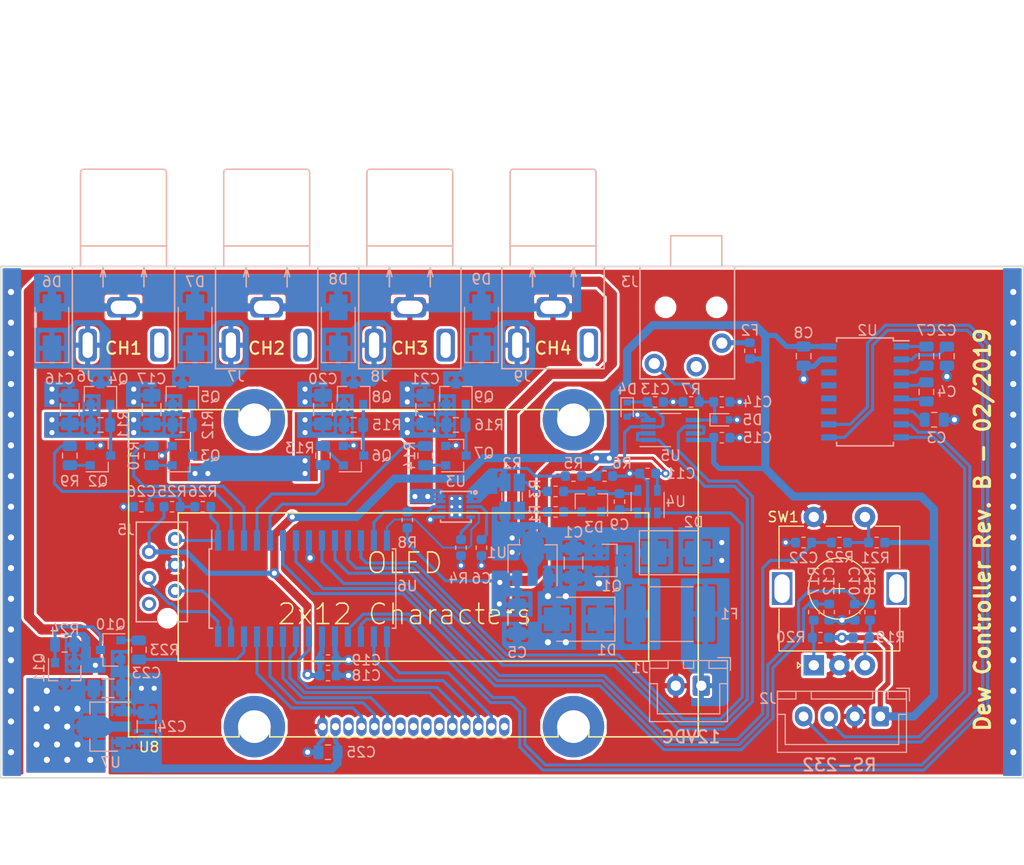
<source format=kicad_pcb>
(kicad_pcb (version 20171130) (host pcbnew "(5.0.1)-3")
  (layers (0 F.Cu signal) (31 B.Cu signal) (34 B.Paste user hide) (35 F.Paste user hide) (36 B.SilkS user) (37 F.SilkS user) (38 B.Mask user) (39 F.Mask user) (44 Edge.Cuts user))
  (net 0 "")
  (net 1 GND)
  (net 2 +5V)
  (net 3 /RS)
  (net 4 /RW)
  (net 5 /EN)
  (net 6 /DB0)
  (net 7 /DB1)
  (net 8 /DB2)
  (net 9 /DB3)
  (net 10 /ROT_PB)
  (net 11 /SW_CH4)
  (net 12 "Net-(Q7-Pad1)")
  (net 13 /ROT_B)
  (net 14 /ROT_A)
  (net 15 "Net-(Q7-Pad3)")
  (net 16 +12V)
  (net 17 "Net-(Q6-Pad3)")
  (net 18 "Net-(Q6-Pad1)")
  (net 19 /SW_CH3)
  (net 20 "Net-(Q3-Pad3)")
  (net 21 "Net-(Q2-Pad3)")
  (net 22 /SW_CH2)
  (net 23 "Net-(Q3-Pad1)")
  (net 24 "Net-(C2-Pad1)")
  (net 25 /SW_CH1)
  (net 26 "Net-(Q2-Pad1)")
  (net 27 "Net-(C14-Pad1)")
  (net 28 "Net-(C13-Pad1)")
  (net 29 /TX)
  (net 30 /RX)
  (net 31 /VSENS)
  (net 32 /TEMP)
  (net 33 "Net-(D6-Pad1)")
  (net 34 "Net-(D7-Pad1)")
  (net 35 /MCLR)
  (net 36 /ICSPDAT)
  (net 37 /ICSPCLK)
  (net 38 /RX-IN)
  (net 39 /TX-OUT)
  (net 40 "Net-(R1-Pad1)")
  (net 41 "Net-(R2-Pad4)")
  (net 42 "Net-(R2-Pad3)")
  (net 43 +VSW)
  (net 44 /ISENS)
  (net 45 "Net-(C9-Pad1)")
  (net 46 "Net-(C9-Pad2)")
  (net 47 "Net-(D8-Pad1)")
  (net 48 "Net-(D1-Pad1)")
  (net 49 "Net-(D9-Pad1)")
  (net 50 /~FAULT)
  (net 51 /OLED_PWR)
  (net 52 /PEN)
  (net 53 "Net-(C7-Pad1)")
  (net 54 "Net-(C7-Pad2)")
  (net 55 "Net-(C4-Pad1)")
  (net 56 "Net-(C4-Pad2)")
  (net 57 "Net-(C3-Pad2)")
  (net 58 "Net-(F2-Pad2)")
  (net 59 "Net-(J5-Pad6)")
  (net 60 "Net-(C6-Pad1)")
  (net 61 "Net-(R4-Pad1)")
  (net 62 "Net-(U3-Pad7)")
  (net 63 "Net-(U8-Pad3)")
  (net 64 "Net-(U8-Pad7)")
  (net 65 "Net-(U8-Pad8)")
  (net 66 "Net-(U8-Pad9)")
  (net 67 "Net-(U8-Pad10)")
  (net 68 "Net-(U8-Pad15)")
  (net 69 "Net-(R21-Pad2)")
  (net 70 "Net-(R18-Pad1)")
  (net 71 "Net-(R17-Pad1)")
  (net 72 "Net-(Q10-Pad3)")
  (net 73 "Net-(Q10-Pad1)")
  (net 74 "Net-(J3-PadTN)")
  (net 75 "Net-(F1-Pad1)")
  (net 76 "Net-(C26-Pad1)")
  (net 77 +5VP)
  (net 78 "Net-(U2-Pad11)")
  (net 79 "Net-(U2-Pad12)")
  (net 80 "Net-(U2-Pad13)")
  (net 81 "Net-(U2-Pad14)")
  (net 82 +12P)
  (module ak:lemonhead (layer F.Cu) (at 117.25 73.25)
    (fp_text reference G1 hide)
    (fp_text value Lemonhead hide)
  )
  (module ak:SOIC-16W_5.3x10.2mm_P1.27mm (layer B.Cu) (at 116.506459 77.770435 180)
    (fp_text reference U2 (at -0.243541 6.020435 180) (layer B.SilkS) (effects (justify mirror)))
    (fp_text value MAX232)
    (pad 1 smd rect (at -3.55 4.445 180) (size 1.5 0.6) (layers B.Cu B.Paste B.Mask) (net 53 "Net-(C7-Pad1)"))
    (pad 2 smd rect (at -3.55 3.175 180) (size 1.5 0.6) (layers B.Cu B.Paste B.Mask) (net 24 "Net-(C2-Pad1)"))
    (pad 3 smd rect (at -3.55 1.905 180) (size 1.5 0.6) (layers B.Cu B.Paste B.Mask) (net 54 "Net-(C7-Pad2)"))
    (pad 4 smd rect (at -3.55 0.635 180) (size 1.5 0.6) (layers B.Cu B.Paste B.Mask) (net 55 "Net-(C4-Pad1)"))
    (pad 5 smd rect (at -3.55 -0.635 180) (size 1.5 0.6) (layers B.Cu B.Paste B.Mask) (net 56 "Net-(C4-Pad2)"))
    (pad 6 smd rect (at -3.55 -1.905 180) (size 1.5 0.6) (layers B.Cu B.Paste B.Mask) (net 57 "Net-(C3-Pad2)"))
    (pad 7 smd rect (at -3.55 -3.175 180) (size 1.5 0.6) (layers B.Cu B.Paste B.Mask) (net 39 /TX-OUT))
    (pad 8 smd rect (at -3.55 -4.445 180) (size 1.5 0.6) (layers B.Cu B.Paste B.Mask) (net 38 /RX-IN))
    (pad 9 smd rect (at 3.55 -4.445 180) (size 1.5 0.6) (layers B.Cu B.Paste B.Mask) (net 30 /RX))
    (pad 10 smd rect (at 3.55 -3.175 180) (size 1.5 0.6) (layers B.Cu B.Paste B.Mask) (net 29 /TX))
    (pad 11 smd rect (at 3.55 -1.905 180) (size 1.5 0.6) (layers B.Cu B.Paste B.Mask) (net 78 "Net-(U2-Pad11)"))
    (pad 12 smd rect (at 3.55 -0.635 180) (size 1.5 0.6) (layers B.Cu B.Paste B.Mask) (net 79 "Net-(U2-Pad12)"))
    (pad 13 smd rect (at 3.55 0.635 180) (size 1.5 0.6) (layers B.Cu B.Paste B.Mask) (net 80 "Net-(U2-Pad13)"))
    (pad 14 smd rect (at 3.55 1.905 180) (size 1.5 0.6) (layers B.Cu B.Paste B.Mask) (net 81 "Net-(U2-Pad14)"))
    (pad 15 smd rect (at 3.55 3.175 180) (size 1.5 0.6) (layers B.Cu B.Paste B.Mask) (net 1 GND))
    (pad 16 smd rect (at 3.55 4.445 180) (size 1.5 0.6) (layers B.Cu B.Paste B.Mask) (net 2 +5V))
  )
  (module Resistor_SMD:R_0603_1608Metric (layer B.Cu) (at 91.0375 86)
    (fp_text reference R6 (at 1.7125 -1.25) (layer B.SilkS) (effects (justify mirror)))
    (fp_text value 47k)
    (pad 2 smd roundrect (at 0.7875 0) (size 0.875 0.95) (layers B.Cu B.Paste B.Mask) (net 1 GND))
    (pad 1 smd roundrect (at -0.7875 0) (size 0.875 0.95) (layers B.Cu B.Paste B.Mask) (net 28 "Net-(C13-Pad1)"))
  )
  (module Resistor_SMD:R_0603_1608Metric (layer B.Cu) (at 88 86)
    (fp_text reference R5 (at 0 -1.25) (layer B.SilkS) (effects (justify mirror)))
    (fp_text value 150k)
    (pad 2 smd roundrect (at 0.7875 0) (size 0.875 0.95) (layers B.Cu B.Paste B.Mask) (net 28 "Net-(C13-Pad1)"))
    (pad 1 smd roundrect (at -0.7875 0) (size 0.875 0.95) (layers B.Cu B.Paste B.Mask) (net 41 "Net-(R2-Pad4)"))
  )
  (module Capacitor_SMD:C_0603_1608Metric (layer B.Cu) (at 45.75 89 180)
    (fp_text reference C26 (at 0 1.5 180) (layer B.SilkS) (effects (justify mirror)))
    (fp_text value 10nF)
    (pad 2 smd roundrect (at 0.7875 0 180) (size 0.875 0.95) (layers B.Cu B.Paste B.Mask) (net 1 GND))
    (pad 1 smd roundrect (at -0.7875 0 180) (size 0.875 0.95) (layers B.Cu B.Paste B.Mask) (net 76 "Net-(C26-Pad1)"))
  )
  (module Resistor_SMD:R_0603_1608Metric (layer B.Cu) (at 48.75 89)
    (fp_text reference R25 (at 0 -1.5) (layer B.SilkS) (effects (justify mirror)))
    (fp_text value 10k)
    (pad 2 smd roundrect (at 0.7875 0) (size 0.875 0.95) (layers B.Cu B.Paste B.Mask) (net 76 "Net-(C26-Pad1)"))
    (pad 1 smd roundrect (at -0.7875 0) (size 0.875 0.95) (layers B.Cu B.Paste B.Mask) (net 2 +5V))
  )
  (module Resistor_SMD:R_0603_1608Metric (layer B.Cu) (at 51.75 89 180)
    (fp_text reference R26 (at 0 1.5 180) (layer B.SilkS) (effects (justify mirror)))
    (fp_text value 470R)
    (pad 2 smd roundrect (at 0.7875 0 180) (size 0.875 0.95) (layers B.Cu B.Paste B.Mask) (net 76 "Net-(C26-Pad1)"))
    (pad 1 smd roundrect (at -0.7875 0 180) (size 0.875 0.95) (layers B.Cu B.Paste B.Mask) (net 35 /MCLR))
  )
  (module ak:Fuse_0603_1608Metric (layer B.Cu) (at 105.25 73.75 90)
    (fp_text reference F2 (at 2 0 180) (layer B.SilkS) (effects (justify mirror)))
    (fp_text value 50mA)
    (pad 2 smd roundrect (at 0.7875 0 90) (size 0.875 0.95) (layers B.Cu B.Paste B.Mask) (net 58 "Net-(F2-Pad2)"))
    (pad 1 smd roundrect (at -0.7875 0 90) (size 0.875 0.95) (layers B.Cu B.Paste B.Mask) (net 2 +5V))
  )
  (module ak:Fuse_2920_7451Metric (layer B.Cu) (at 97.5 99.5 180)
    (fp_text reference F1 (at -5.75 0 180) (layer B.SilkS) (effects (justify mirror)))
    (fp_text value 3A)
    (pad 1 smd roundrect (at -3.3875 0 180) (size 1.925 5.45) (layers B.Cu B.Paste B.Mask) (roundrect_rratio 0.12987) (net 75 "Net-(F1-Pad1)"))
    (pad 2 smd roundrect (at 3.3875 0 180) (size 1.925 5.45) (layers B.Cu B.Paste B.Mask) (roundrect_rratio 0.12987) (net 48 "Net-(D1-Pad1)"))
  )
  (module Capacitor_SMD:C_0603_1608Metric (layer B.Cu) (at 95.25 85.75 180)
    (fp_text reference C11 (at -3.25 0 180) (layer B.SilkS) (effects (justify mirror)))
    (fp_text value 100nF)
    (pad 2 smd roundrect (at 0.7875 0 180) (size 0.875 0.95) (layers B.Cu B.Paste B.Mask) (net 1 GND))
    (pad 1 smd roundrect (at -0.7875 0 180) (size 0.875 0.95) (layers B.Cu B.Paste B.Mask) (net 2 +5V))
  )
  (module Capacitor_SMD:C_0603_1608Metric (layer B.Cu) (at 92.5 88.5 90)
    (fp_text reference C9 (at -2.25 0 180) (layer B.SilkS) (effects (justify mirror)))
    (fp_text value 10nF)
    (pad 2 smd roundrect (at 0.7875 0 90) (size 0.875 0.95) (layers B.Cu B.Paste B.Mask) (net 46 "Net-(C9-Pad2)"))
    (pad 1 smd roundrect (at -0.7875 0 90) (size 0.875 0.95) (layers B.Cu B.Paste B.Mask) (net 45 "Net-(C9-Pad1)"))
  )
  (module Capacitor_SMD:C_0603_1608Metric (layer B.Cu) (at 64 104)
    (fp_text reference C19 (at 3.75 0) (layer B.SilkS) (effects (justify mirror)))
    (fp_text value 100nF)
    (pad 2 smd roundrect (at 0.7875 0) (size 0.875 0.95) (layers B.Cu B.Paste B.Mask) (net 1 GND))
    (pad 1 smd roundrect (at -0.7875 0) (size 0.875 0.95) (layers B.Cu B.Paste B.Mask) (net 2 +5V))
  )
  (module Capacitor_SMD:C_0603_1608Metric (layer B.Cu) (at 64 105.5)
    (fp_text reference C18 (at 3.75 0) (layer B.SilkS) (effects (justify mirror)))
    (fp_text value 1uF)
    (pad 2 smd roundrect (at 0.7875 0) (size 0.875 0.95) (layers B.Cu B.Paste B.Mask) (net 1 GND))
    (pad 1 smd roundrect (at -0.7875 0) (size 0.875 0.95) (layers B.Cu B.Paste B.Mask) (net 2 +5V))
  )
  (module Capacitor_SMD:C_0603_1608Metric (layer B.Cu) (at 110.5 92.5 180)
    (fp_text reference C22 (at 0 -1.5 180) (layer B.SilkS) (effects (justify mirror)))
    (fp_text value 10nF)
    (pad 2 smd roundrect (at 0.7875 0 180) (size 0.875 0.95) (layers B.Cu B.Paste B.Mask) (net 1 GND))
    (pad 1 smd roundrect (at -0.7875 0 180) (size 0.875 0.95) (layers B.Cu B.Paste B.Mask) (net 10 /ROT_PB))
  )
  (module Capacitor_SMD:C_0603_1608Metric (layer B.Cu) (at 102.5 82.25)
    (fp_text reference C15 (at 3.5 0) (layer B.SilkS) (effects (justify mirror)))
    (fp_text value 100nF)
    (pad 2 smd roundrect (at 0.7875 0) (size 0.875 0.95) (layers B.Cu B.Paste B.Mask) (net 1 GND))
    (pad 1 smd roundrect (at -0.7875 0) (size 0.875 0.95) (layers B.Cu B.Paste B.Mask) (net 2 +5V))
  )
  (module Capacitor_SMD:C_0603_1608Metric (layer B.Cu) (at 102.5 78.75)
    (fp_text reference C14 (at 3.5 0) (layer B.SilkS) (effects (justify mirror)))
    (fp_text value 100nF)
    (pad 2 smd roundrect (at 0.7875 0) (size 0.875 0.95) (layers B.Cu B.Paste B.Mask) (net 1 GND))
    (pad 1 smd roundrect (at -0.7875 0) (size 0.875 0.95) (layers B.Cu B.Paste B.Mask) (net 27 "Net-(C14-Pad1)"))
  )
  (module Capacitor_SMD:C_0603_1608Metric (layer B.Cu) (at 96 78.75)
    (fp_text reference C13 (at 0 -1.25) (layer B.SilkS) (effects (justify mirror)))
    (fp_text value 100nF)
    (pad 2 smd roundrect (at 0.7875 0) (size 0.875 0.95) (layers B.Cu B.Paste B.Mask) (net 1 GND))
    (pad 1 smd roundrect (at -0.7875 0) (size 0.875 0.95) (layers B.Cu B.Paste B.Mask) (net 28 "Net-(C13-Pad1)"))
  )
  (module Capacitor_SMD:C_0603_1608Metric (layer B.Cu) (at 113 99.301361 270)
    (fp_text reference C12 (at -3.051361 0 270) (layer B.SilkS) (effects (justify mirror)))
    (fp_text value 10nF)
    (pad 2 smd roundrect (at 0.7875 0 270) (size 0.875 0.95) (layers B.Cu B.Paste B.Mask) (net 1 GND))
    (pad 1 smd roundrect (at -0.7875 0 270) (size 0.875 0.95) (layers B.Cu B.Paste B.Mask) (net 14 /ROT_A))
  )
  (module Capacitor_SMD:C_0603_1608Metric (layer B.Cu) (at 79 93 270)
    (fp_text reference C6 (at 3 0) (layer B.SilkS) (effects (justify mirror)))
    (fp_text value 10nF)
    (pad 2 smd roundrect (at 0.7875 0 270) (size 0.875 0.95) (layers B.Cu B.Paste B.Mask) (net 1 GND))
    (pad 1 smd roundrect (at -0.7875 0 270) (size 0.875 0.95) (layers B.Cu B.Paste B.Mask) (net 60 "Net-(C6-Pad1)"))
  )
  (module Capacitor_SMD:C_0603_1608Metric (layer B.Cu) (at 115.5 99.301361 270)
    (fp_text reference C10 (at -3.051361 0 270) (layer B.SilkS) (effects (justify mirror)))
    (fp_text value 10nF)
    (pad 2 smd roundrect (at 0.7875 0 270) (size 0.875 0.95) (layers B.Cu B.Paste B.Mask) (net 1 GND))
    (pad 1 smd roundrect (at -0.7875 0 270) (size 0.875 0.95) (layers B.Cu B.Paste B.Mask) (net 13 /ROT_B))
  )
  (module Resistor_SMD:R_0603_1608Metric (layer B.Cu) (at 99.5 78.75 180)
    (fp_text reference R7 (at 0 1.25 180) (layer B.SilkS) (effects (justify mirror)))
    (fp_text value 10k)
    (pad 2 smd roundrect (at 0.7875 0 180) (size 0.875 0.95) (layers B.Cu B.Paste B.Mask) (net 1 GND))
    (pad 1 smd roundrect (at -0.7875 0 180) (size 0.875 0.95) (layers B.Cu B.Paste B.Mask) (net 27 "Net-(C14-Pad1)"))
  )
  (module Resistor_SMD:R_0603_1608Metric (layer B.Cu) (at 111.5 99.301361 90)
    (fp_text reference R17 (at 3.051361 0 90) (layer B.SilkS) (effects (justify mirror)))
    (fp_text value 10k)
    (pad 2 smd roundrect (at 0.7875 0 90) (size 0.875 0.95) (layers B.Cu B.Paste B.Mask) (net 14 /ROT_A))
    (pad 1 smd roundrect (at -0.7875 0 90) (size 0.875 0.95) (layers B.Cu B.Paste B.Mask) (net 71 "Net-(R17-Pad1)"))
  )
  (module Resistor_SMD:R_0603_1608Metric (layer B.Cu) (at 117 99.301361 90)
    (fp_text reference R18 (at 3.051361 0 90) (layer B.SilkS) (effects (justify mirror)))
    (fp_text value 10k)
    (pad 2 smd roundrect (at 0.7875 0 90) (size 0.875 0.95) (layers B.Cu B.Paste B.Mask) (net 13 /ROT_B))
    (pad 1 smd roundrect (at -0.7875 0 90) (size 0.875 0.95) (layers B.Cu B.Paste B.Mask) (net 70 "Net-(R18-Pad1)"))
  )
  (module Resistor_SMD:R_0603_1608Metric (layer B.Cu) (at 71.75 90.2875 90)
    (fp_text reference R8 (at -2.2125 0 180) (layer B.SilkS) (effects (justify mirror)))
    (fp_text value 100k)
    (pad 2 smd roundrect (at 0.7875 0 90) (size 0.875 0.95) (layers B.Cu B.Paste B.Mask) (net 50 /~FAULT))
    (pad 1 smd roundrect (at -0.7875 0 90) (size 0.875 0.95) (layers B.Cu B.Paste B.Mask) (net 2 +5V))
  )
  (module Resistor_SMD:R_0603_1608Metric (layer B.Cu) (at 116.143719 101.801361)
    (fp_text reference R19 (at 2.856281 -0.051361) (layer B.SilkS) (effects (justify mirror)))
    (fp_text value 10k)
    (pad 2 smd roundrect (at 0.7875 0) (size 0.875 0.95) (layers B.Cu B.Paste B.Mask) (net 70 "Net-(R18-Pad1)"))
    (pad 1 smd roundrect (at -0.7875 0) (size 0.875 0.95) (layers B.Cu B.Paste B.Mask) (net 2 +5V))
  )
  (module Resistor_SMD:R_0603_1608Metric (layer B.Cu) (at 112.143719 101.801361 180)
    (fp_text reference R20 (at 2.893719 0.051361 180) (layer B.SilkS) (effects (justify mirror)))
    (fp_text value 10k)
    (pad 2 smd roundrect (at 0.7875 0 180) (size 0.875 0.95) (layers B.Cu B.Paste B.Mask) (net 71 "Net-(R17-Pad1)"))
    (pad 1 smd roundrect (at -0.7875 0 180) (size 0.875 0.95) (layers B.Cu B.Paste B.Mask) (net 2 +5V))
  )
  (module Resistor_SMD:R_0603_1608Metric (layer B.Cu) (at 77 93 270)
    (fp_text reference R4 (at 3 0.25) (layer B.SilkS) (effects (justify mirror)))
    (fp_text value 2k8)
    (pad 2 smd roundrect (at 0.7875 0 270) (size 0.875 0.95) (layers B.Cu B.Paste B.Mask) (net 1 GND))
    (pad 1 smd roundrect (at -0.7875 0 270) (size 0.875 0.95) (layers B.Cu B.Paste B.Mask) (net 61 "Net-(R4-Pad1)"))
  )
  (module Resistor_SMD:R_0603_1608Metric (layer B.Cu) (at 117.643719 92.5 180)
    (fp_text reference R21 (at 0.143719 -1.5 180) (layer B.SilkS) (effects (justify mirror)))
    (fp_text value 10k)
    (pad 2 smd roundrect (at 0.7875 0 180) (size 0.875 0.95) (layers B.Cu B.Paste B.Mask) (net 69 "Net-(R21-Pad2)"))
    (pad 1 smd roundrect (at -0.7875 0 180) (size 0.875 0.95) (layers B.Cu B.Paste B.Mask) (net 2 +5V))
  )
  (module Resistor_SMD:R_0603_1608Metric (layer B.Cu) (at 86.25 89.5)
    (fp_text reference R1 (at -2 0.25 90) (layer B.SilkS) (effects (justify mirror)))
    (fp_text value 4R7)
    (pad 2 smd roundrect (at 0.7875 0) (size 0.875 0.95) (layers B.Cu B.Paste B.Mask) (net 45 "Net-(C9-Pad1)"))
    (pad 1 smd roundrect (at -0.7875 0) (size 0.875 0.95) (layers B.Cu B.Paste B.Mask) (net 40 "Net-(R1-Pad1)"))
  )
  (module Resistor_SMD:R_0603_1608Metric (layer B.Cu) (at 114 92.5)
    (fp_text reference R22 (at 0 1.43) (layer B.SilkS) (effects (justify mirror)))
    (fp_text value 10k)
    (pad 2 smd roundrect (at 0.7875 0) (size 0.875 0.95) (layers B.Cu B.Paste B.Mask) (net 69 "Net-(R21-Pad2)"))
    (pad 1 smd roundrect (at -0.7875 0) (size 0.875 0.95) (layers B.Cu B.Paste B.Mask) (net 10 /ROT_PB))
  )
  (module Resistor_SMD:R_0603_1608Metric (layer B.Cu) (at 86.25 87.5)
    (fp_text reference R3 (at -2 -0.25 90) (layer B.SilkS) (effects (justify mirror)))
    (fp_text value 4R7)
    (pad 2 smd roundrect (at 0.7875 0) (size 0.875 0.95) (layers B.Cu B.Paste B.Mask) (net 46 "Net-(C9-Pad2)"))
    (pad 1 smd roundrect (at -0.7875 0) (size 0.875 0.95) (layers B.Cu B.Paste B.Mask) (net 42 "Net-(R2-Pad3)"))
  )
  (module Package_SO:SOIC-28W_7.5x17.9mm_P1.27mm (layer B.Cu) (at 61.5 97 270)
    (fp_text reference U6 (at -0.25 -10.25) (layer B.SilkS) (effects (justify mirror)))
    (fp_text value "PIC16(L)F15354_28DIP_SOIC_SSOP")
    (pad 28 smd rect (at 4.7 8.255 270) (size 2 0.6) (layers B.Cu B.Paste B.Mask) (net 36 /ICSPDAT))
    (pad 27 smd rect (at 4.7 6.985 270) (size 2 0.6) (layers B.Cu B.Paste B.Mask) (net 37 /ICSPCLK))
    (pad 26 smd rect (at 4.7 5.715 270) (size 2 0.6) (layers B.Cu B.Paste B.Mask) (net 51 /OLED_PWR))
    (pad 25 smd rect (at 4.7 4.445 270) (size 2 0.6) (layers B.Cu B.Paste B.Mask) (net 3 /RS))
    (pad 24 smd rect (at 4.7 3.175 270) (size 2 0.6) (layers B.Cu B.Paste B.Mask) (net 4 /RW))
    (pad 23 smd rect (at 4.7 1.905 270) (size 2 0.6) (layers B.Cu B.Paste B.Mask) (net 5 /EN))
    (pad 22 smd rect (at 4.7 0.635 270) (size 2 0.6) (layers B.Cu B.Paste B.Mask) (net 6 /DB0))
    (pad 21 smd rect (at 4.7 -0.635 270) (size 2 0.6) (layers B.Cu B.Paste B.Mask) (net 7 /DB1))
    (pad 20 smd rect (at 4.7 -1.905 270) (size 2 0.6) (layers B.Cu B.Paste B.Mask) (net 2 +5V))
    (pad 19 smd rect (at 4.7 -3.175 270) (size 2 0.6) (layers B.Cu B.Paste B.Mask) (net 1 GND))
    (pad 18 smd rect (at 4.7 -4.445 270) (size 2 0.6) (layers B.Cu B.Paste B.Mask) (net 30 /RX))
    (pad 17 smd rect (at 4.7 -5.715 270) (size 2 0.6) (layers B.Cu B.Paste B.Mask) (net 29 /TX))
    (pad 16 smd rect (at 4.7 -6.985 270) (size 2 0.6) (layers B.Cu B.Paste B.Mask) (net 8 /DB2))
    (pad 15 smd rect (at 4.7 -8.255 270) (size 2 0.6) (layers B.Cu B.Paste B.Mask) (net 9 /DB3))
    (pad 14 smd rect (at -4.7 -8.255 270) (size 2 0.6) (layers B.Cu B.Paste B.Mask) (net 52 /PEN))
    (pad 13 smd rect (at -4.7 -6.985 270) (size 2 0.6) (layers B.Cu B.Paste B.Mask) (net 50 /~FAULT))
    (pad 12 smd rect (at -4.7 -5.715 270) (size 2 0.6) (layers B.Cu B.Paste B.Mask) (net 44 /ISENS))
    (pad 11 smd rect (at -4.7 -4.445 270) (size 2 0.6) (layers B.Cu B.Paste B.Mask) (net 31 /VSENS))
    (pad 10 smd rect (at -4.7 -3.175 270) (size 2 0.6) (layers B.Cu B.Paste B.Mask) (net 32 /TEMP))
    (pad 9 smd rect (at -4.7 -1.905 270) (size 2 0.6) (layers B.Cu B.Paste B.Mask) (net 10 /ROT_PB))
    (pad 8 smd rect (at -4.7 -0.635 270) (size 2 0.6) (layers B.Cu B.Paste B.Mask) (net 1 GND))
    (pad 7 smd rect (at -4.7 0.635 270) (size 2 0.6) (layers B.Cu B.Paste B.Mask) (net 13 /ROT_B))
    (pad 6 smd rect (at -4.7 1.905 270) (size 2 0.6) (layers B.Cu B.Paste B.Mask) (net 14 /ROT_A))
    (pad 5 smd rect (at -4.7 3.175 270) (size 2 0.6) (layers B.Cu B.Paste B.Mask) (net 11 /SW_CH4))
    (pad 4 smd rect (at -4.7 4.445 270) (size 2 0.6) (layers B.Cu B.Paste B.Mask) (net 19 /SW_CH3))
    (pad 3 smd rect (at -4.7 5.715 270) (size 2 0.6) (layers B.Cu B.Paste B.Mask) (net 22 /SW_CH2))
    (pad 2 smd rect (at -4.7 6.985 270) (size 2 0.6) (layers B.Cu B.Paste B.Mask) (net 25 /SW_CH1))
    (pad 1 smd rect (at -4.7 8.255 270) (size 2 0.6) (layers B.Cu B.Paste B.Mask) (net 35 /MCLR))
  )
  (module ak:MicroMatch-Female-6P (layer B.Cu) (at 46.5 98.5 270)
    (fp_text reference J5 (at -7.25 2.25) (layer B.SilkS) (effects (justify mirror)))
    (fp_text value ICSP)
    (pad 1 thru_hole circle (at -6.35 -2.54 270) (size 1.4 1.4) (drill 0.8) (layers *.Cu *.Mask) (net 35 /MCLR))
    (pad 2 thru_hole circle (at -5.08 0 270) (size 1.4 1.4) (drill 0.8) (layers *.Cu *.Mask) (net 2 +5V))
    (pad 3 thru_hole circle (at -3.81 -2.54 270) (size 1.4 1.4) (drill 0.8) (layers *.Cu *.Mask) (net 1 GND))
    (pad 4 thru_hole circle (at -2.54 0 270) (size 1.4 1.4) (drill 0.8) (layers *.Cu *.Mask) (net 36 /ICSPDAT))
    (pad 5 thru_hole circle (at -1.27 -2.54 270) (size 1.4 1.4) (drill 0.8) (layers *.Cu *.Mask) (net 37 /ICSPCLK))
    (pad 6 thru_hole circle (at 0 0 270) (size 1.4 1.4) (drill 0.8) (layers *.Cu *.Mask) (net 59 "Net-(J5-Pad6)"))
    (pad "" np_thru_hole circle (at 1.4 -1.8 270) (size 1.5 1.5) (drill 1.5) (layers *.Cu *.Mask))
  )
  (module ak:RotaryEncoder_Alps_EC11E-Switch_Vertical_H20mm (layer F.Cu) (at 114 97 90)
    (fp_text reference SW1 (at 7 -5.5 180) (layer F.SilkS))
    (fp_text value Rotary_Encoder_Switch)
    (pad S1 thru_hole circle (at 7 2.5 90) (size 2 2) (drill 1) (layers *.Cu *.Mask) (net 69 "Net-(R21-Pad2)"))
    (pad S2 thru_hole circle (at 7 -2.5 90) (size 2 2) (drill 1) (layers *.Cu *.Mask) (net 1 GND))
    (pad MP thru_hole rect (at 0 5.6 90) (size 3.2 2) (drill oval 2.8 1.5) (layers *.Cu *.Mask))
    (pad MP thru_hole rect (at 0 -5.6 90) (size 3.2 2) (drill oval 2.8 1.5) (layers *.Cu *.Mask))
    (pad B thru_hole circle (at -7.5 2.5 90) (size 2 2) (drill 1) (layers *.Cu *.Mask) (net 70 "Net-(R18-Pad1)"))
    (pad C thru_hole circle (at -7.5 0 90) (size 2 2) (drill 1) (layers *.Cu *.Mask) (net 1 GND))
    (pad A thru_hole rect (at -7.5 -2.5 90) (size 2 2) (drill 1) (layers *.Cu *.Mask) (net 71 "Net-(R17-Pad1)"))
  )
  (module Package_SO:VSSOP-8_3.0x3.0mm_P0.65mm (layer B.Cu) (at 97.5 81.5)
    (fp_text reference U5 (at 0 2.5) (layer B.SilkS) (effects (justify mirror)))
    (fp_text value LM358)
    (pad 8 smd rect (at 2.2 0.975 90) (size 0.45 1.45) (layers B.Cu B.Paste B.Mask) (net 2 +5V))
    (pad 7 smd rect (at 2.2 0.325 90) (size 0.45 1.45) (layers B.Cu B.Paste B.Mask) (net 32 /TEMP))
    (pad 6 smd rect (at 2.2 -0.325 90) (size 0.45 1.45) (layers B.Cu B.Paste B.Mask) (net 32 /TEMP))
    (pad 5 smd rect (at 2.2 -0.975 90) (size 0.45 1.45) (layers B.Cu B.Paste B.Mask) (net 27 "Net-(C14-Pad1)"))
    (pad 4 smd rect (at -2.2 -0.975 90) (size 0.45 1.45) (layers B.Cu B.Paste B.Mask) (net 1 GND))
    (pad 3 smd rect (at -2.2 -0.325 90) (size 0.45 1.45) (layers B.Cu B.Paste B.Mask) (net 28 "Net-(C13-Pad1)"))
    (pad 2 smd rect (at -2.2 0.325 90) (size 0.45 1.45) (layers B.Cu B.Paste B.Mask) (net 31 /VSENS))
    (pad 1 smd rect (at -2.2 0.975 90) (size 0.45 1.45) (layers B.Cu B.Paste B.Mask) (net 31 /VSENS))
  )
  (module ak:MJ-2509N (layer B.Cu) (at 100 65.5)
    (fp_text reference J3 (at -6.5 1.5) (layer B.SilkS) (effects (justify mirror)))
    (fp_text value Temp)
    (pad "" np_thru_hole circle (at 2 4) (size 1.6 1.6) (drill 1.6) (layers *.Cu *.Mask))
    (pad "" np_thru_hole circle (at -3 4) (size 1.6 1.6) (drill 1.6) (layers *.Cu *.Mask))
    (pad T thru_hole circle (at -4.1 9.5) (size 1.9 1.9) (drill 1.1) (layers *.Cu *.Mask) (net 27 "Net-(C14-Pad1)"))
    (pad TN thru_hole circle (at 0 9.8) (size 1.9 1.9) (drill 1.1) (layers *.Cu *.Mask) (net 74 "Net-(J3-PadTN)"))
    (pad S thru_hole circle (at 2.5 7.5) (size 1.9 1.9) (drill 1.1) (layers *.Cu *.Mask) (net 58 "Net-(F2-Pad2)"))
  )
  (module Package_TO_SOT_SMD:SOT-89-3 (layer B.Cu) (at 84 94.5 90)
    (fp_text reference U1 (at 1 -3.5) (layer B.SilkS) (effects (justify mirror)))
    (fp_text value MCP1703A-5002_SOT89)
    (pad 2 smd trapezoid (at -0.0762 0) (size 1.5 1) (rect_delta 0 -0.7) (layers B.Cu B.Paste B.Mask) (net 16 +12V))
    (pad 2 smd rect (at 1.3335 0 180) (size 2.2 1.84) (layers B.Cu B.Paste B.Mask) (net 16 +12V))
    (pad 3 smd rect (at -1.48 -1.5 180) (size 1 1.5) (layers B.Cu B.Paste B.Mask) (net 2 +5V))
    (pad 2 smd rect (at -1.3335 0 180) (size 1 1.8) (layers B.Cu B.Paste B.Mask) (net 16 +12V))
    (pad 1 smd rect (at -1.48 1.5 180) (size 1 1.5) (layers B.Cu B.Paste B.Mask) (net 1 GND))
    (pad 2 smd trapezoid (at 2.667 0 180) (size 1.6 0.85) (rect_delta 0 -0.6) (layers B.Cu B.Paste B.Mask) (net 16 +12V))
  )
  (module Package_TO_SOT_SMD:SOT-89-3 (layer B.Cu) (at 42.5 110.5 180)
    (fp_text reference U7 (at -0.25 -3.5) (layer B.SilkS) (effects (justify mirror)))
    (fp_text value MCP1703A-5002_SOT89)
    (pad 2 smd trapezoid (at -0.0762 0 90) (size 1.5 1) (rect_delta 0 -0.7) (layers B.Cu B.Paste B.Mask) (net 82 +12P))
    (pad 2 smd rect (at 1.3335 0 270) (size 2.2 1.84) (layers B.Cu B.Paste B.Mask) (net 82 +12P))
    (pad 3 smd rect (at -1.48 -1.5 270) (size 1 1.5) (layers B.Cu B.Paste B.Mask) (net 77 +5VP))
    (pad 2 smd rect (at -1.3335 0 270) (size 1 1.8) (layers B.Cu B.Paste B.Mask) (net 82 +12P))
    (pad 1 smd rect (at -1.48 1.5 270) (size 1 1.5) (layers B.Cu B.Paste B.Mask) (net 1 GND))
    (pad 2 smd trapezoid (at 2.667 0 270) (size 1.6 0.85) (rect_delta 0 -0.6) (layers B.Cu B.Paste B.Mask) (net 82 +12P))
  )
  (module Capacitor_SMD:C_0805_2012Metric (layer B.Cu) (at 64 113 180)
    (fp_text reference C25 (at -3.25 0 180) (layer B.SilkS) (effects (justify mirror)))
    (fp_text value 100nF)
    (pad 2 smd roundrect (at 0.9375 0 180) (size 0.975 1.4) (layers B.Cu B.Paste B.Mask) (net 1 GND))
    (pad 1 smd roundrect (at -0.9375 0 180) (size 0.975 1.4) (layers B.Cu B.Paste B.Mask) (net 77 +5VP))
  )
  (module Capacitor_SMD:C_1206_3216Metric (layer B.Cu) (at 46.25 110.5 90)
    (fp_text reference C24 (at 0 2.5 180) (layer B.SilkS) (effects (justify mirror)))
    (fp_text value 10uF)
    (pad 2 smd roundrect (at 1.4 0 90) (size 1.25 1.75) (layers B.Cu B.Paste B.Mask) (roundrect_rratio 0.2) (net 1 GND))
    (pad 1 smd roundrect (at -1.4 0 90) (size 1.25 1.75) (layers B.Cu B.Paste B.Mask) (roundrect_rratio 0.2) (net 77 +5VP))
  )
  (module Capacitor_SMD:C_1206_3216Metric (layer B.Cu) (at 42.5 106.75)
    (fp_text reference C23 (at 3.75 -1.5 180) (layer B.SilkS) (effects (justify mirror)))
    (fp_text value 10uF)
    (pad 2 smd roundrect (at 1.4 0) (size 1.25 1.75) (layers B.Cu B.Paste B.Mask) (roundrect_rratio 0.2) (net 1 GND))
    (pad 1 smd roundrect (at -1.4 0) (size 1.25 1.75) (layers B.Cu B.Paste B.Mask) (roundrect_rratio 0.2) (net 82 +12P))
  )
  (module Package_TO_SOT_SMD:SOT-23 (layer B.Cu) (at 38.25 105.25 270)
    (fp_text reference Q11 (at -0.5 2.5 270) (layer B.SilkS) (effects (justify mirror)))
    (fp_text value SI2369DS)
    (pad 3 smd rect (at 1 0 270) (size 0.9 0.8) (layers B.Cu B.Paste B.Mask) (net 82 +12P))
    (pad 2 smd rect (at -1 -0.95 270) (size 0.9 0.8) (layers B.Cu B.Paste B.Mask) (net 16 +12V))
    (pad 1 smd rect (at -1 0.95 270) (size 0.9 0.8) (layers B.Cu B.Paste B.Mask) (net 72 "Net-(Q10-Pad3)"))
  )
  (module Package_TO_SOT_SMD:SOT-23 (layer B.Cu) (at 42.75 103 180)
    (fp_text reference Q10 (at 0 2.5 180) (layer B.SilkS) (effects (justify mirror)))
    (fp_text value BSS138)
    (pad 3 smd rect (at 1 0 180) (size 0.9 0.8) (layers B.Cu B.Paste B.Mask) (net 72 "Net-(Q10-Pad3)"))
    (pad 2 smd rect (at -1 -0.95 180) (size 0.9 0.8) (layers B.Cu B.Paste B.Mask) (net 1 GND))
    (pad 1 smd rect (at -1 0.95 180) (size 0.9 0.8) (layers B.Cu B.Paste B.Mask) (net 73 "Net-(Q10-Pad1)"))
  )
  (module Resistor_SMD:R_0805_2012Metric (layer B.Cu) (at 45.5 103 270)
    (fp_text reference R23 (at 0 -2.5) (layer B.SilkS) (effects (justify mirror)))
    (fp_text value 100R)
    (pad 2 smd roundrect (at 0.9375 0 270) (size 0.975 1.4) (layers B.Cu B.Paste B.Mask) (net 51 /OLED_PWR))
    (pad 1 smd roundrect (at -0.9375 0 270) (size 0.975 1.4) (layers B.Cu B.Paste B.Mask) (net 73 "Net-(Q10-Pad1)"))
  )
  (module Resistor_SMD:R_0805_2012Metric (layer B.Cu) (at 38.25 102.5 180)
    (fp_text reference R24 (at 0 1.5) (layer B.SilkS) (effects (justify mirror)))
    (fp_text value 10k)
    (pad 2 smd roundrect (at 0.9375 0 180) (size 0.975 1.4) (layers B.Cu B.Paste B.Mask) (net 72 "Net-(Q10-Pad3)"))
    (pad 1 smd roundrect (at -0.9375 0 180) (size 0.975 1.4) (layers B.Cu B.Paste B.Mask) (net 16 +12V))
  )
  (module ak:OLED012N002A (layer F.Cu) (at 44.5 111.5)
    (fp_text reference U8 (at 2 1) (layer F.SilkS))
    (fp_text value OLED-012N002A)
    (fp_text user "2x12 Characters" (at 27 -12) (layer F.SilkS) (effects (font (size 2 2))))
    (fp_text user OLED (at 27 -17) (layer F.SilkS) (effects (font (size 2 2))))
    (pad ~ thru_hole circle (at 12.3 -1) (size 6 6) (drill 3.2) (layers *.Cu *.Mask))
    (pad ~ thru_hole circle (at 43.5 -1) (size 6 6) (drill 3.2) (layers *.Cu *.Mask))
    (pad ~ thru_hole circle (at 43.5 -31) (size 6 6) (drill 3.2) (layers *.Cu *.Mask))
    (pad ~ thru_hole circle (at 12.3 -31) (size 6 6) (drill 3.2) (layers *.Cu *.Mask))
    (pad 15 thru_hole oval (at 36.74 -1) (size 1 1.8) (drill 0.7) (layers *.Cu *.Mask) (net 68 "Net-(U8-Pad15)"))
    (pad 14 thru_hole oval (at 35.47 -1) (size 1 1.8) (drill 0.7) (layers *.Cu *.Mask) (net 9 /DB3))
    (pad 13 thru_hole oval (at 34.2 -1) (size 1 1.8) (drill 0.7) (layers *.Cu *.Mask) (net 8 /DB2))
    (pad 12 thru_hole oval (at 32.93 -1) (size 1 1.8) (drill 0.7) (layers *.Cu *.Mask) (net 7 /DB1))
    (pad 11 thru_hole oval (at 31.66 -1) (size 1 1.8) (drill 0.7) (layers *.Cu *.Mask) (net 6 /DB0))
    (pad 10 thru_hole oval (at 30.39 -1) (size 1 1.8) (drill 0.7) (layers *.Cu *.Mask) (net 67 "Net-(U8-Pad10)"))
    (pad 9 thru_hole oval (at 29.12 -1) (size 1 1.8) (drill 0.7) (layers *.Cu *.Mask) (net 66 "Net-(U8-Pad9)"))
    (pad 8 thru_hole oval (at 27.85 -1) (size 1 1.8) (drill 0.7) (layers *.Cu *.Mask) (net 65 "Net-(U8-Pad8)"))
    (pad 7 thru_hole oval (at 26.58 -1) (size 1 1.8) (drill 0.7) (layers *.Cu *.Mask) (net 64 "Net-(U8-Pad7)"))
    (pad 6 thru_hole oval (at 25.31 -1) (size 1 1.8) (drill 0.7) (layers *.Cu *.Mask) (net 5 /EN))
    (pad 5 thru_hole oval (at 24.04 -1) (size 1 1.8) (drill 0.7) (layers *.Cu *.Mask) (net 4 /RW))
    (pad 4 thru_hole oval (at 22.77 -1) (size 1 1.8) (drill 0.7) (layers *.Cu *.Mask) (net 3 /RS))
    (pad 3 thru_hole oval (at 21.5 -1) (size 1 1.8) (drill 0.7) (layers *.Cu *.Mask) (net 63 "Net-(U8-Pad3)"))
    (pad 2 thru_hole oval (at 20.23 -1) (size 1 1.8) (drill 0.7) (layers *.Cu *.Mask) (net 77 +5VP))
    (pad 1 thru_hole oval (at 18.96 -1) (size 1 1.8) (drill 0.7) (layers *.Cu *.Mask) (net 1 GND))
  )
  (module Capacitor_SMD:C_0805_2012Metric (layer B.Cu) (at 110.506459 74.270435 270)
    (fp_text reference C8 (at -2.270435 0.006459) (layer B.SilkS) (effects (justify mirror)))
    (fp_text value 1uF)
    (pad 2 smd roundrect (at 0.9375 0 270) (size 0.975 1.4) (layers B.Cu B.Paste B.Mask) (net 1 GND))
    (pad 1 smd roundrect (at -0.9375 0 270) (size 0.975 1.4) (layers B.Cu B.Paste B.Mask) (net 2 +5V))
  )
  (module Capacitor_SMD:C_0805_2012Metric (layer B.Cu) (at 122.506459 74.270435 270)
    (fp_text reference C7 (at -2.520435 0) (layer B.SilkS) (effects (justify mirror)))
    (fp_text value 1uF)
    (pad 2 smd roundrect (at 0.9375 0 270) (size 0.975 1.4) (layers B.Cu B.Paste B.Mask) (net 54 "Net-(C7-Pad2)"))
    (pad 1 smd roundrect (at -0.9375 0 270) (size 0.975 1.4) (layers B.Cu B.Paste B.Mask) (net 53 "Net-(C7-Pad1)"))
  )
  (module Capacitor_SMD:C_0805_2012Metric (layer B.Cu) (at 122.506459 77.770435 270)
    (fp_text reference C4 (at -0.020435 -1.993541) (layer B.SilkS) (effects (justify mirror)))
    (fp_text value 1uF)
    (pad 2 smd roundrect (at 0.9375 0 270) (size 0.975 1.4) (layers B.Cu B.Paste B.Mask) (net 56 "Net-(C4-Pad2)"))
    (pad 1 smd roundrect (at -0.9375 0 270) (size 0.975 1.4) (layers B.Cu B.Paste B.Mask) (net 55 "Net-(C4-Pad1)"))
  )
  (module Capacitor_SMD:C_0805_2012Metric (layer B.Cu) (at 123.270435 80.493541 180)
    (fp_text reference C3 (at -0.229565 -1.756459 180) (layer B.SilkS) (effects (justify mirror)))
    (fp_text value 1uF)
    (pad 2 smd roundrect (at 0.9375 0 180) (size 0.975 1.4) (layers B.Cu B.Paste B.Mask) (net 57 "Net-(C3-Pad2)"))
    (pad 1 smd roundrect (at -0.9375 0 180) (size 0.975 1.4) (layers B.Cu B.Paste B.Mask) (net 1 GND))
  )
  (module Capacitor_SMD:C_0805_2012Metric (layer B.Cu) (at 124.506459 74.270435 270)
    (fp_text reference C2 (at -2.520435 0) (layer B.SilkS) (effects (justify mirror)))
    (fp_text value 1uF)
    (pad 2 smd roundrect (at 0.9375 0 270) (size 0.975 1.4) (layers B.Cu B.Paste B.Mask) (net 1 GND))
    (pad 1 smd roundrect (at -0.9375 0 270) (size 0.975 1.4) (layers B.Cu B.Paste B.Mask) (net 24 "Net-(C2-Pad1)"))
  )
  (module Capacitor_SMD:C_1206_3216Metric (layer B.Cu) (at 46.75 79.5 90)
    (fp_text reference C17 (at 3 0 180) (layer B.SilkS) (effects (justify mirror)))
    (fp_text value 10uF)
    (pad 2 smd roundrect (at 1.4 0 90) (size 1.25 1.75) (layers B.Cu B.Paste B.Mask) (roundrect_rratio 0.2) (net 1 GND))
    (pad 1 smd roundrect (at -1.4 0 90) (size 1.25 1.75) (layers B.Cu B.Paste B.Mask) (roundrect_rratio 0.2) (net 43 +VSW))
  )
  (module Capacitor_SMD:C_1206_3216Metric (layer B.Cu) (at 82.5 100 270)
    (fp_text reference C5 (at 3.25 0) (layer B.SilkS) (effects (justify mirror)))
    (fp_text value 10uF)
    (pad 2 smd roundrect (at 1.4 0 270) (size 1.25 1.75) (layers B.Cu B.Paste B.Mask) (roundrect_rratio 0.2) (net 1 GND))
    (pad 1 smd roundrect (at -1.4 0 270) (size 1.25 1.75) (layers B.Cu B.Paste B.Mask) (roundrect_rratio 0.2) (net 2 +5V))
  )
  (module Capacitor_SMD:C_1206_3216Metric (layer B.Cu) (at 38.75 79.5 90)
    (fp_text reference C16 (at 3 -1 180) (layer B.SilkS) (effects (justify mirror)))
    (fp_text value 10uF)
    (pad 2 smd roundrect (at 1.4 0 90) (size 1.25 1.75) (layers B.Cu B.Paste B.Mask) (roundrect_rratio 0.2) (net 1 GND))
    (pad 1 smd roundrect (at -1.4 0 90) (size 1.25 1.75) (layers B.Cu B.Paste B.Mask) (roundrect_rratio 0.2) (net 43 +VSW))
  )
  (module Capacitor_SMD:C_1206_3216Metric (layer B.Cu) (at 63.5 79.5 90)
    (fp_text reference C20 (at 3 0 180) (layer B.SilkS) (effects (justify mirror)))
    (fp_text value 10uF)
    (pad 2 smd roundrect (at 1.4 0 90) (size 1.25 1.75) (layers B.Cu B.Paste B.Mask) (roundrect_rratio 0.2) (net 1 GND))
    (pad 1 smd roundrect (at -1.4 0 90) (size 1.25 1.75) (layers B.Cu B.Paste B.Mask) (roundrect_rratio 0.2) (net 43 +VSW))
  )
  (module Capacitor_SMD:C_1206_3216Metric (layer B.Cu) (at 73.5 79.5 90)
    (fp_text reference C21 (at 3 0 180) (layer B.SilkS) (effects (justify mirror)))
    (fp_text value 10uF)
    (pad 2 smd roundrect (at 1.4 0 90) (size 1.25 1.75) (layers B.Cu B.Paste B.Mask) (roundrect_rratio 0.2) (net 1 GND))
    (pad 1 smd roundrect (at -1.4 0 90) (size 1.25 1.75) (layers B.Cu B.Paste B.Mask) (roundrect_rratio 0.2) (net 43 +VSW))
  )
  (module Capacitor_SMD:C_1206_3216Metric (layer B.Cu) (at 88 94.5 270)
    (fp_text reference C1 (at -3 0) (layer B.SilkS) (effects (justify mirror)))
    (fp_text value 10uF)
    (pad 2 smd roundrect (at 1.4 0 270) (size 1.25 1.75) (layers B.Cu B.Paste B.Mask) (roundrect_rratio 0.2) (net 1 GND))
    (pad 1 smd roundrect (at -1.4 0 270) (size 1.25 1.75) (layers B.Cu B.Paste B.Mask) (roundrect_rratio 0.2) (net 16 +12V))
  )
  (module Connector_JST:JST_XH_B02B-XH-A_1x02_P2.50mm_Vertical (layer B.Cu) (at 100.5 106.5 180)
    (fp_text reference J1 (at 6 1.75 180) (layer B.SilkS) (effects (justify mirror)))
    (fp_text value POWER)
    (pad 2 thru_hole oval (at 2.5 0 180) (size 1.7 2) (drill 1) (layers *.Cu *.Mask) (net 1 GND))
    (pad 1 thru_hole roundrect (at 0 0 180) (size 1.7 2) (drill 1) (layers *.Cu *.Mask) (roundrect_rratio 0.147059) (net 75 "Net-(F1-Pad1)"))
  )
  (module Connector_JST:JST_XH_B04B-XH-A_1x04_P2.50mm_Vertical (layer B.Cu) (at 118 109.5 180)
    (fp_text reference J2 (at 11 1.75 180) (layer B.SilkS) (effects (justify mirror)))
    (fp_text value RS232)
    (pad 4 thru_hole oval (at 7.5 0 180) (size 1.7 1.95) (drill 0.95) (layers *.Cu *.Mask) (net 39 /TX-OUT))
    (pad 3 thru_hole oval (at 5 0 180) (size 1.7 1.95) (drill 0.95) (layers *.Cu *.Mask) (net 38 /RX-IN))
    (pad 2 thru_hole oval (at 2.5 0 180) (size 1.7 1.95) (drill 0.95) (layers *.Cu *.Mask) (net 1 GND))
    (pad 1 thru_hole roundrect (at 0 0 180) (size 1.7 1.95) (drill 0.95) (layers *.Cu *.Mask) (roundrect_rratio 0.147059) (net 2 +5V))
  )
  (module Diode_SMD:D_SMA (layer B.Cu) (at 37 71.5 90)
    (fp_text reference D6 (at 4.5 0 180) (layer B.SilkS) (effects (justify mirror)))
    (fp_text value SMAJ12A)
    (pad 2 smd rect (at 2 0 90) (size 2.5 1.8) (layers B.Cu B.Paste B.Mask) (net 1 GND))
    (pad 1 smd rect (at -2 0 90) (size 2.5 1.8) (layers B.Cu B.Paste B.Mask) (net 33 "Net-(D6-Pad1)"))
  )
  (module Diode_SMD:D_SMA (layer B.Cu) (at 51 71.5 90)
    (fp_text reference D7 (at 4.5 0 180) (layer B.SilkS) (effects (justify mirror)))
    (fp_text value SMAJ12A)
    (pad 2 smd rect (at 2 0 90) (size 2.5 1.8) (layers B.Cu B.Paste B.Mask) (net 1 GND))
    (pad 1 smd rect (at -2 0 90) (size 2.5 1.8) (layers B.Cu B.Paste B.Mask) (net 34 "Net-(D7-Pad1)"))
  )
  (module Diode_SMD:D_SMA (layer B.Cu) (at 65 71.5 90)
    (fp_text reference D8 (at 4.75 0 180) (layer B.SilkS) (effects (justify mirror)))
    (fp_text value SMAJ12A)
    (pad 2 smd rect (at 2 0 90) (size 2.5 1.8) (layers B.Cu B.Paste B.Mask) (net 1 GND))
    (pad 1 smd rect (at -2 0 90) (size 2.5 1.8) (layers B.Cu B.Paste B.Mask) (net 47 "Net-(D8-Pad1)"))
  )
  (module Diode_SMD:D_SMA (layer B.Cu) (at 79 71.5 90)
    (fp_text reference D9 (at 4.75 0 180) (layer B.SilkS) (effects (justify mirror)))
    (fp_text value SMAJ12A)
    (pad 2 smd rect (at 2 0 90) (size 2.5 1.8) (layers B.Cu B.Paste B.Mask) (net 1 GND))
    (pad 1 smd rect (at -2 0 90) (size 2.5 1.8) (layers B.Cu B.Paste B.Mask) (net 49 "Net-(D9-Pad1)"))
  )
  (module Diode_SMD:D_SMB (layer B.Cu) (at 88.5 100 180)
    (fp_text reference D1 (at -2.75 -3 180) (layer B.SilkS) (effects (justify mirror)))
    (fp_text value 15V)
    (pad 2 smd rect (at 2.15 0 180) (size 2.5 2.3) (layers B.Cu B.Paste B.Mask) (net 1 GND))
    (pad 1 smd rect (at -2.15 0 180) (size 2.5 2.3) (layers B.Cu B.Paste B.Mask) (net 48 "Net-(D1-Pad1)"))
  )
  (module Diode_SMD:D_SMB (layer B.Cu) (at 98 93.5)
    (fp_text reference D2 (at 1.75 -3) (layer B.SilkS) (effects (justify mirror)))
    (fp_text value "15V, 3W")
    (pad 2 smd rect (at 2.15 0) (size 2.5 2.3) (layers B.Cu B.Paste B.Mask) (net 1 GND))
    (pad 1 smd rect (at -2.15 0) (size 2.5 2.3) (layers B.Cu B.Paste B.Mask) (net 16 +12V))
  )
  (module Diode_SMD:D_SOD-523 (layer B.Cu) (at 93.25 79.5 270)
    (fp_text reference D4 (at -2 0) (layer B.SilkS) (effects (justify mirror)))
    (fp_text value 5V6)
    (pad 1 smd rect (at -0.7 0 90) (size 0.6 0.7) (layers B.Cu B.Paste B.Mask) (net 28 "Net-(C13-Pad1)"))
    (pad 2 smd rect (at 0.7 0 90) (size 0.6 0.7) (layers B.Cu B.Paste B.Mask) (net 1 GND))
  )
  (module Diode_SMD:D_SOD-523 (layer B.Cu) (at 102.5 80.5)
    (fp_text reference D5 (at 3 0) (layer B.SilkS) (effects (justify mirror)))
    (fp_text value 5V6)
    (pad 1 smd rect (at -0.7 0 180) (size 0.6 0.7) (layers B.Cu B.Paste B.Mask) (net 27 "Net-(C14-Pad1)"))
    (pad 2 smd rect (at 0.7 0 180) (size 0.6 0.7) (layers B.Cu B.Paste B.Mask) (net 1 GND))
  )
  (module Package_TO_SOT_SMD:SOT-23 (layer B.Cu) (at 49.75 78 90)
    (fp_text reference Q5 (at -0.25 2.75) (layer B.SilkS) (effects (justify mirror)))
    (fp_text value SI2369DS)
    (pad 3 smd rect (at 1 0 90) (size 0.9 0.8) (layers B.Cu B.Paste B.Mask) (net 34 "Net-(D7-Pad1)"))
    (pad 2 smd rect (at -1 -0.95 90) (size 0.9 0.8) (layers B.Cu B.Paste B.Mask) (net 43 +VSW))
    (pad 1 smd rect (at -1 0.95 90) (size 0.9 0.8) (layers B.Cu B.Paste B.Mask) (net 20 "Net-(Q3-Pad3)"))
  )
  (module Package_TO_SOT_SMD:SOT-23 (layer B.Cu) (at 76.5 78 90)
    (fp_text reference Q9 (at -0.25 2.75) (layer B.SilkS) (effects (justify mirror)))
    (fp_text value SI2369DS)
    (pad 3 smd rect (at 1 0 90) (size 0.9 0.8) (layers B.Cu B.Paste B.Mask) (net 49 "Net-(D9-Pad1)"))
    (pad 2 smd rect (at -1 -0.95 90) (size 0.9 0.8) (layers B.Cu B.Paste B.Mask) (net 43 +VSW))
    (pad 1 smd rect (at -1 0.95 90) (size 0.9 0.8) (layers B.Cu B.Paste B.Mask) (net 15 "Net-(Q7-Pad3)"))
  )
  (module Package_TO_SOT_SMD:SOT-23 (layer B.Cu) (at 66.5 78 90)
    (fp_text reference Q8 (at -0.25 2.75) (layer B.SilkS) (effects (justify mirror)))
    (fp_text value SI2369DS)
    (pad 3 smd rect (at 1 0 90) (size 0.9 0.8) (layers B.Cu B.Paste B.Mask) (net 47 "Net-(D8-Pad1)"))
    (pad 2 smd rect (at -1 -0.95 90) (size 0.9 0.8) (layers B.Cu B.Paste B.Mask) (net 43 +VSW))
    (pad 1 smd rect (at -1 0.95 90) (size 0.9 0.8) (layers B.Cu B.Paste B.Mask) (net 17 "Net-(Q6-Pad3)"))
  )
  (module Package_TO_SOT_SMD:SOT-23 (layer B.Cu) (at 41.75 84)
    (fp_text reference Q2 (at -0.25 2.5) (layer B.SilkS) (effects (justify mirror)))
    (fp_text value BSS138)
    (pad 3 smd rect (at 1 0) (size 0.9 0.8) (layers B.Cu B.Paste B.Mask) (net 21 "Net-(Q2-Pad3)"))
    (pad 2 smd rect (at -1 -0.95) (size 0.9 0.8) (layers B.Cu B.Paste B.Mask) (net 1 GND))
    (pad 1 smd rect (at -1 0.95) (size 0.9 0.8) (layers B.Cu B.Paste B.Mask) (net 26 "Net-(Q2-Pad1)"))
  )
  (module Package_TO_SOT_SMD:SOT-23 (layer B.Cu) (at 49.75 84)
    (fp_text reference Q3 (at 2.75 0 180) (layer B.SilkS) (effects (justify mirror)))
    (fp_text value BSS138)
    (pad 3 smd rect (at 1 0) (size 0.9 0.8) (layers B.Cu B.Paste B.Mask) (net 20 "Net-(Q3-Pad3)"))
    (pad 2 smd rect (at -1 -0.95) (size 0.9 0.8) (layers B.Cu B.Paste B.Mask) (net 1 GND))
    (pad 1 smd rect (at -1 0.95) (size 0.9 0.8) (layers B.Cu B.Paste B.Mask) (net 23 "Net-(Q3-Pad1)"))
  )
  (module Package_TO_SOT_SMD:SOT-23 (layer B.Cu) (at 41.75 78 90)
    (fp_text reference Q4 (at 1.5 1.75 180) (layer B.SilkS) (effects (justify mirror)))
    (fp_text value SI2369DS)
    (pad 3 smd rect (at 1 0 90) (size 0.9 0.8) (layers B.Cu B.Paste B.Mask) (net 33 "Net-(D6-Pad1)"))
    (pad 2 smd rect (at -1 -0.95 90) (size 0.9 0.8) (layers B.Cu B.Paste B.Mask) (net 43 +VSW))
    (pad 1 smd rect (at -1 0.95 90) (size 0.9 0.8) (layers B.Cu B.Paste B.Mask) (net 21 "Net-(Q2-Pad3)"))
  )
  (module Package_TO_SOT_SMD:SOT-23 (layer B.Cu) (at 89.75 88.5 90)
    (fp_text reference D3 (at -2.5 0.25 180) (layer B.SilkS) (effects (justify mirror)))
    (fp_text value BAT54S)
    (pad 3 smd rect (at 1 0 90) (size 0.9 0.8) (layers B.Cu B.Paste B.Mask) (net 46 "Net-(C9-Pad2)"))
    (pad 2 smd rect (at -1 -0.95 90) (size 0.9 0.8) (layers B.Cu B.Paste B.Mask) (net 45 "Net-(C9-Pad1)"))
    (pad 1 smd rect (at -1 0.95 90) (size 0.9 0.8) (layers B.Cu B.Paste B.Mask) (net 45 "Net-(C9-Pad1)"))
  )
  (module Package_TO_SOT_SMD:SOT-23 (layer B.Cu) (at 66.5 84)
    (fp_text reference Q6 (at 2.75 0 180) (layer B.SilkS) (effects (justify mirror)))
    (fp_text value BSS138)
    (pad 3 smd rect (at 1 0) (size 0.9 0.8) (layers B.Cu B.Paste B.Mask) (net 17 "Net-(Q6-Pad3)"))
    (pad 2 smd rect (at -1 -0.95) (size 0.9 0.8) (layers B.Cu B.Paste B.Mask) (net 1 GND))
    (pad 1 smd rect (at -1 0.95) (size 0.9 0.8) (layers B.Cu B.Paste B.Mask) (net 18 "Net-(Q6-Pad1)"))
  )
  (module Package_TO_SOT_SMD:SOT-23 (layer B.Cu) (at 76.5 84)
    (fp_text reference Q7 (at 2.75 -0.25 180) (layer B.SilkS) (effects (justify mirror)))
    (fp_text value BSS138)
    (pad 3 smd rect (at 1 0) (size 0.9 0.8) (layers B.Cu B.Paste B.Mask) (net 15 "Net-(Q7-Pad3)"))
    (pad 2 smd rect (at -1 -0.95) (size 0.9 0.8) (layers B.Cu B.Paste B.Mask) (net 1 GND))
    (pad 1 smd rect (at -1 0.95) (size 0.9 0.8) (layers B.Cu B.Paste B.Mask) (net 12 "Net-(Q7-Pad1)"))
  )
  (module Package_TO_SOT_SMD:SOT-23 (layer B.Cu) (at 91.5 94.25)
    (fp_text reference Q1 (at 0.25 2.5 180) (layer B.SilkS) (effects (justify mirror)))
    (fp_text value SI2369DS)
    (pad 3 smd rect (at 1 0) (size 0.9 0.8) (layers B.Cu B.Paste B.Mask) (net 48 "Net-(D1-Pad1)"))
    (pad 2 smd rect (at -1 -0.95) (size 0.9 0.8) (layers B.Cu B.Paste B.Mask) (net 16 +12V))
    (pad 1 smd rect (at -1 0.95) (size 0.9 0.8) (layers B.Cu B.Paste B.Mask) (net 1 GND))
  )
  (module Package_TO_SOT_SMD:SOT-23-5 (layer B.Cu) (at 95.25 88.5 90)
    (fp_text reference U4 (at 0 2.75 180) (layer B.SilkS) (effects (justify mirror)))
    (fp_text value INA180-A2)
    (pad 5 smd rect (at 1.1 0.95 90) (size 1.06 0.65) (layers B.Cu B.Paste B.Mask) (net 2 +5V))
    (pad 4 smd rect (at 1.1 -0.95 90) (size 1.06 0.65) (layers B.Cu B.Paste B.Mask) (net 46 "Net-(C9-Pad2)"))
    (pad 3 smd rect (at -1.1 -0.95 90) (size 1.06 0.65) (layers B.Cu B.Paste B.Mask) (net 45 "Net-(C9-Pad1)"))
    (pad 2 smd rect (at -1.1 0 90) (size 1.06 0.65) (layers B.Cu B.Paste B.Mask) (net 1 GND))
    (pad 1 smd rect (at -1.1 0.95 90) (size 1.06 0.65) (layers B.Cu B.Paste B.Mask) (net 44 /ISENS))
  )
  (module Resistor_SMD:R_0805_2012Metric (layer B.Cu) (at 38.75 84 90)
    (fp_text reference R9 (at -2.5 0 180) (layer B.SilkS) (effects (justify mirror)))
    (fp_text value 100R)
    (pad 2 smd roundrect (at 0.9375 0 90) (size 0.975 1.4) (layers B.Cu B.Paste B.Mask) (net 25 /SW_CH1))
    (pad 1 smd roundrect (at -0.9375 0 90) (size 0.975 1.4) (layers B.Cu B.Paste B.Mask) (net 26 "Net-(Q2-Pad1)"))
  )
  (module Resistor_SMD:R_0805_2012Metric (layer B.Cu) (at 46.75 84 90)
    (fp_text reference R10 (at 0 -1.75 90) (layer B.SilkS) (effects (justify mirror)))
    (fp_text value 100R)
    (pad 2 smd roundrect (at 0.9375 0 90) (size 0.975 1.4) (layers B.Cu B.Paste B.Mask) (net 22 /SW_CH2))
    (pad 1 smd roundrect (at -0.9375 0 90) (size 0.975 1.4) (layers B.Cu B.Paste B.Mask) (net 23 "Net-(Q3-Pad1)"))
  )
  (module Resistor_SMD:R_0805_2012Metric (layer B.Cu) (at 49.75 81 180)
    (fp_text reference R12 (at -2.5 0 270) (layer B.SilkS) (effects (justify mirror)))
    (fp_text value 10k)
    (pad 2 smd roundrect (at 0.9375 0 180) (size 0.975 1.4) (layers B.Cu B.Paste B.Mask) (net 43 +VSW))
    (pad 1 smd roundrect (at -0.9375 0 180) (size 0.975 1.4) (layers B.Cu B.Paste B.Mask) (net 20 "Net-(Q3-Pad3)"))
  )
  (module Resistor_SMD:R_0805_2012Metric (layer B.Cu) (at 63.5 84 270)
    (fp_text reference R13 (at -0.75 2.25) (layer B.SilkS) (effects (justify mirror)))
    (fp_text value 100R)
    (pad 2 smd roundrect (at 0.9375 0 270) (size 0.975 1.4) (layers B.Cu B.Paste B.Mask) (net 19 /SW_CH3))
    (pad 1 smd roundrect (at -0.9375 0 270) (size 0.975 1.4) (layers B.Cu B.Paste B.Mask) (net 18 "Net-(Q6-Pad1)"))
  )
  (module Resistor_SMD:R_0805_2012Metric (layer B.Cu) (at 73.5 84 90)
    (fp_text reference R14 (at 0 -1.5 270) (layer B.SilkS) (effects (justify mirror)))
    (fp_text value 100R)
    (pad 2 smd roundrect (at 0.9375 0 90) (size 0.975 1.4) (layers B.Cu B.Paste B.Mask) (net 11 /SW_CH4))
    (pad 1 smd roundrect (at -0.9375 0 90) (size 0.975 1.4) (layers B.Cu B.Paste B.Mask) (net 12 "Net-(Q7-Pad1)"))
  )
  (module Resistor_SMD:R_0805_2012Metric (layer B.Cu) (at 66.5 81 180)
    (fp_text reference R15 (at -3.25 0) (layer B.SilkS) (effects (justify mirror)))
    (fp_text value 10k)
    (pad 2 smd roundrect (at 0.9375 0 180) (size 0.975 1.4) (layers B.Cu B.Paste B.Mask) (net 43 +VSW))
    (pad 1 smd roundrect (at -0.9375 0 180) (size 0.975 1.4) (layers B.Cu B.Paste B.Mask) (net 17 "Net-(Q6-Pad3)"))
  )
  (module Resistor_SMD:R_0805_2012Metric (layer B.Cu) (at 76.5 81 180)
    (fp_text reference R16 (at -3.25 0) (layer B.SilkS) (effects (justify mirror)))
    (fp_text value 10k)
    (pad 2 smd roundrect (at 0.9375 0 180) (size 0.975 1.4) (layers B.Cu B.Paste B.Mask) (net 43 +VSW))
    (pad 1 smd roundrect (at -0.9375 0 180) (size 0.975 1.4) (layers B.Cu B.Paste B.Mask) (net 15 "Net-(Q7-Pad3)"))
  )
  (module Resistor_SMD:R_0805_2012Metric (layer B.Cu) (at 41.75 81 180)
    (fp_text reference R11 (at -2.25 0 270) (layer B.SilkS) (effects (justify mirror)))
    (fp_text value 10k)
    (pad 2 smd roundrect (at 0.9375 0 180) (size 0.975 1.4) (layers B.Cu B.Paste B.Mask) (net 43 +VSW))
    (pad 1 smd roundrect (at -0.9375 0 180) (size 0.975 1.4) (layers B.Cu B.Paste B.Mask) (net 21 "Net-(Q2-Pad3)"))
  )
  (module ak:DFN-10-1EP_3x3mm_P0.5mm_EP1.4x2.3mm (layer B.Cu) (at 76.5 89 180)
    (fp_text reference U3 (at 0 2.475 180) (layer B.SilkS) (effects (justify mirror)))
    (fp_text value SIP32419)
    (pad 1 smd rect (at -1.45 1 180) (size 0.85 0.3) (layers B.Cu B.Paste B.Mask) (net 41 "Net-(R2-Pad4)"))
    (pad 2 smd rect (at -1.45 0.5 180) (size 0.85 0.3) (layers B.Cu B.Paste B.Mask) (net 41 "Net-(R2-Pad4)"))
    (pad 3 smd rect (at -1.45 0 180) (size 0.85 0.3) (layers B.Cu B.Paste B.Mask) (net 60 "Net-(C6-Pad1)"))
    (pad 4 smd rect (at -1.45 -0.5 180) (size 0.85 0.3) (layers B.Cu B.Paste B.Mask) (net 52 /PEN))
    (pad 5 smd rect (at -1.45 -1 180) (size 0.85 0.3) (layers B.Cu B.Paste B.Mask) (net 61 "Net-(R4-Pad1)"))
    (pad 6 smd rect (at 1.45 -1 180) (size 0.85 0.3) (layers B.Cu B.Paste B.Mask) (net 1 GND))
    (pad 7 smd rect (at 1.45 -0.5 180) (size 0.85 0.3) (layers B.Cu B.Paste B.Mask) (net 62 "Net-(U3-Pad7)"))
    (pad 8 smd rect (at 1.45 0 180) (size 0.85 0.3) (layers B.Cu B.Paste B.Mask) (net 50 /~FAULT))
    (pad 9 smd rect (at 1.45 0.5 180) (size 0.85 0.3) (layers B.Cu B.Paste B.Mask) (net 43 +VSW))
    (pad 10 smd rect (at 1.45 1 180) (size 0.85 0.3) (layers B.Cu B.Paste B.Mask) (net 43 +VSW))
    (pad 11 smd rect (at 0 0 180) (size 1.4 2.3) (layers B.Cu B.Mask) (net 1 GND))
  )
  (module ak:PJRAN1X1U (layer B.Cu) (at 58 69.5)
    (fp_text reference J7 (at -3 6.75) (layer B.SilkS) (effects (justify mirror)))
    (fp_text value CH2)
    (pad 1 thru_hole roundrect (at -3.5 3.7) (size 1.8 3.2) (drill oval 1 2.5) (layers *.Cu *.Mask) (net 34 "Net-(D7-Pad1)"))
    (pad 3 thru_hole roundrect (at 3.5 3.7) (size 1.8 3.2) (drill oval 1 2.5) (layers *.Cu *.Mask))
    (pad 2 thru_hole roundrect (at 0 0 270) (size 2 3.2) (drill oval 1.3 2.5) (layers *.Cu *.Mask) (net 1 GND))
  )
  (module ak:PJRAN1X1U (layer B.Cu) (at 86 69.5)
    (fp_text reference J9 (at -3 6.75) (layer B.SilkS) (effects (justify mirror)))
    (fp_text value CH4)
    (pad 1 thru_hole roundrect (at -3.5 3.7) (size 1.8 3.2) (drill oval 1 2.5) (layers *.Cu *.Mask) (net 49 "Net-(D9-Pad1)"))
    (pad 3 thru_hole roundrect (at 3.5 3.7) (size 1.8 3.2) (drill oval 1 2.5) (layers *.Cu *.Mask))
    (pad 2 thru_hole roundrect (at 0 0 270) (size 2 3.2) (drill oval 1.3 2.5) (layers *.Cu *.Mask) (net 1 GND))
  )
  (module ak:PJRAN1X1U (layer B.Cu) (at 72 69.5)
    (fp_text reference J8 (at -3 6.75) (layer B.SilkS) (effects (justify mirror)))
    (fp_text value CH3)
    (pad 1 thru_hole roundrect (at -3.5 3.7) (size 1.8 3.2) (drill oval 1 2.5) (layers *.Cu *.Mask) (net 47 "Net-(D8-Pad1)"))
    (pad 3 thru_hole roundrect (at 3.5 3.7) (size 1.8 3.2) (drill oval 1 2.5) (layers *.Cu *.Mask))
    (pad 2 thru_hole roundrect (at 0 0 270) (size 2 3.2) (drill oval 1.3 2.5) (layers *.Cu *.Mask) (net 1 GND))
  )
  (module ak:PJRAN1X1U (layer B.Cu) (at 44 69.5)
    (fp_text reference J6 (at -3.75 6.75) (layer B.SilkS) (effects (justify mirror)))
    (fp_text value CH1)
    (pad 1 thru_hole roundrect (at -3.5 3.7) (size 1.8 3.2) (drill oval 1 2.5) (layers *.Cu *.Mask) (net 33 "Net-(D6-Pad1)"))
    (pad 3 thru_hole roundrect (at 3.5 3.7) (size 1.8 3.2) (drill oval 1 2.5) (layers *.Cu *.Mask))
    (pad 2 thru_hole roundrect (at 0 0 270) (size 2 3.2) (drill oval 1.3 2.5) (layers *.Cu *.Mask) (net 1 GND))
  )
  (module ak:R_Shunt_Ohmite_LVK12 (layer B.Cu) (at 82 88)
    (fp_text reference R2 (at 0 -3.25 180) (layer B.SilkS) (effects (justify mirror)))
    (fp_text value 0R05)
    (pad 3 smd rect (at 0.7 -1.375) (size 1.1 1.75) (layers B.Cu B.Paste B.Mask) (net 42 "Net-(R2-Pad3)"))
    (pad 4 smd rect (at -0.7 -1.375) (size 1.1 1.75) (layers B.Cu B.Paste B.Mask) (net 41 "Net-(R2-Pad4)"))
    (pad 2 smd rect (at 0.7 1.375) (size 1.1 1.75) (layers B.Cu B.Paste B.Mask) (net 40 "Net-(R1-Pad1)"))
    (pad 1 smd rect (at -0.7 1.375) (size 1.1 1.75) (layers B.Cu B.Paste B.Mask) (net 16 +12V))
  )
  (gr_text RS-232 (at 114 114.25) (layer B.SilkS) (effects (font (size 1.2 1.2) (thickness 0.2)) (justify mirror)))
  (gr_text CH4 (at 86 73.5) (layer F.SilkS) (effects (font (size 1.2 1.2) (thickness 0.2))))
  (gr_text CH3 (at 72 73.5) (layer F.SilkS) (effects (font (size 1.2 1.2) (thickness 0.2))))
  (gr_text CH2 (at 58 73.5) (layer F.SilkS) (effects (font (size 1.2 1.2) (thickness 0.2))))
  (gr_text CH1 (at 44 73.5) (layer F.SilkS) (effects (font (size 1.2 1.2) (thickness 0.2))))
  (gr_line (start 32 115.5) (end 32 65.5) (layer Edge.Cuts) (width 0.15))
  (gr_text 12VDC (at 99.5 111.5) (layer B.SilkS) (effects (font (size 1.2 1.2) (thickness 0.2)) (justify mirror)))
  (gr_text "Dew Controller Rev. B - 02/2019" (at 128 91.25 90) (layer F.SilkS) (effects (font (size 1.5 1.5) (thickness 0.3))))
  (gr_line (start 132 115.5) (end 32 115.5) (layer Edge.Cuts) (width 0.15))
  (gr_line (start 132 65.5) (end 132 115.5) (layer Edge.Cuts) (width 0.15))
  (gr_line (start 32 65.5) (end 132 65.5) (layer Edge.Cuts) (width 0.15))
  (via (at 33 110) (size 1.2) (drill 0.6) (layers F.Cu B.Cu) (net 1))
  (via (at 33 74) (size 1.2) (drill 0.6) (layers F.Cu B.Cu) (net 1))
  (via (at 33 77) (size 1.2) (drill 0.6) (layers F.Cu B.Cu) (net 1))
  (via (at 33 80) (size 1.2) (drill 0.6) (layers F.Cu B.Cu) (net 1))
  (via (at 33 71) (size 1.2) (drill 0.6) (layers F.Cu B.Cu) (net 1))
  (via (at 33 68) (size 1.2) (drill 0.6) (layers F.Cu B.Cu) (net 1))
  (via (at 33 107) (size 1.2) (drill 0.6) (layers F.Cu B.Cu) (net 1))
  (via (at 33 95) (size 1.2) (drill 0.6) (layers F.Cu B.Cu) (net 1))
  (via (at 33 86) (size 1.2) (drill 0.6) (layers F.Cu B.Cu) (net 1))
  (via (at 33 89) (size 1.2) (drill 0.6) (layers F.Cu B.Cu) (net 1))
  (via (at 33 83) (size 1.2) (drill 0.6) (layers F.Cu B.Cu) (net 1))
  (via (at 33 98) (size 1.2) (drill 0.6) (layers F.Cu B.Cu) (net 1))
  (via (at 33 113) (size 1.2) (drill 0.6) (layers F.Cu B.Cu) (net 1))
  (via (at 33 92) (size 1.2) (drill 0.6) (layers F.Cu B.Cu) (net 1))
  (via (at 33 104) (size 1.2) (drill 0.6) (layers F.Cu B.Cu) (net 1))
  (via (at 33 101) (size 1.2) (drill 0.6) (layers F.Cu B.Cu) (net 1))
  (via (at 76.9 88.2) (size 0.6) (drill 0.3) (layers F.Cu B.Cu) (net 1))
  (via (at 76.9 89) (size 0.6) (drill 0.3) (layers F.Cu B.Cu) (net 1))
  (via (at 76.1 89) (size 0.6) (drill 0.3) (layers F.Cu B.Cu) (net 1))
  (via (at 76.1 89.8) (size 0.6) (drill 0.3) (layers F.Cu B.Cu) (net 1))
  (via (at 76.9 89.8) (size 0.6) (drill 0.3) (layers F.Cu B.Cu) (net 1))
  (via (at 76.1 88.2) (size 0.6) (drill 0.3) (layers F.Cu B.Cu) (net 1))
  (segment (start 115.5 100.088861) (end 114.25 100.088861) (width 0.5) (layer B.Cu) (net 1))
  (segment (start 110.568959 75.270435) (end 110.506459 75.207935) (width 0.5) (layer B.Cu) (net 1))
  (segment (start 111.506459 75.270435) (end 110.568959 75.270435) (width 0.5) (layer B.Cu) (net 1))
  (segment (start 112.956459 74.595435) (end 112.181459 74.595435) (width 0.5) (layer B.Cu) (net 1))
  (segment (start 112.181459 74.595435) (end 111.506459 75.270435) (width 0.5) (layer B.Cu) (net 1))
  (via (at 37 77.5) (size 1) (drill 0.5) (layers F.Cu B.Cu) (net 1))
  (via (at 37 78.75) (size 1) (drill 0.5) (layers F.Cu B.Cu) (net 1))
  (via (at 45 77.5) (size 1) (drill 0.5) (layers F.Cu B.Cu) (net 1))
  (via (at 45 78.75) (size 1) (drill 0.5) (layers F.Cu B.Cu) (net 1))
  (via (at 61.75 78.75) (size 1) (drill 0.5) (layers F.Cu B.Cu) (net 1))
  (via (at 61.75 77.5) (size 1) (drill 0.5) (layers F.Cu B.Cu) (net 1))
  (via (at 71.75 78.75) (size 1) (drill 0.5) (layers F.Cu B.Cu) (net 1))
  (via (at 71.75 77.5) (size 1) (drill 0.5) (layers F.Cu B.Cu) (net 1))
  (via (at 102.5 94.25) (size 1) (drill 0.5) (layers F.Cu B.Cu) (net 1))
  (via (at 102.5 92.5) (size 1) (drill 0.5) (layers F.Cu B.Cu) (net 1))
  (via (at 41.75 83) (size 0.8) (drill 0.4) (layers F.Cu B.Cu) (net 1))
  (segment (start 40.75 83.05) (end 41.7 83.05) (width 0.3) (layer B.Cu) (net 1))
  (segment (start 41.7 83.05) (end 41.75 83) (width 0.3) (layer B.Cu) (net 1))
  (via (at 66.5 83) (size 0.8) (drill 0.4) (layers F.Cu B.Cu) (net 1))
  (segment (start 65.5 83.05) (end 66.45 83.05) (width 0.3) (layer B.Cu) (net 1))
  (segment (start 66.45 83.05) (end 66.5 83) (width 0.3) (layer B.Cu) (net 1))
  (via (at 76.5 83) (size 0.8) (drill 0.4) (layers F.Cu B.Cu) (net 1))
  (segment (start 75.5 83.05) (end 76.3 83.05) (width 0.3) (layer B.Cu) (net 1))
  (segment (start 76.3 83.05) (end 76.5 83.25) (width 0.3) (layer B.Cu) (net 1))
  (via (at 97.75 78.75) (size 0.8) (drill 0.4) (layers F.Cu B.Cu) (net 1))
  (via (at 104.25 78.75) (size 0.8) (drill 0.4) (layers F.Cu B.Cu) (net 1))
  (segment (start 103.2875 78.75) (end 104.5 78.75) (width 0.3) (layer B.Cu) (net 1))
  (via (at 94.25 80) (size 0.8) (drill 0.4) (layers F.Cu B.Cu) (net 1))
  (segment (start 98.7125 78.75) (end 97.75 78.75) (width 0.3) (layer B.Cu) (net 1))
  (segment (start 96.7875 78.75) (end 97.75 78.75) (width 0.3) (layer B.Cu) (net 1))
  (segment (start 93.45 80) (end 93.25 80.2) (width 0.3) (layer B.Cu) (net 1))
  (segment (start 94.25 80) (end 93.45 80) (width 0.3) (layer B.Cu) (net 1))
  (via (at 104 80.5) (size 0.8) (drill 0.4) (layers F.Cu B.Cu) (net 1))
  (segment (start 103.2 80.5) (end 104.25 80.5) (width 0.3) (layer B.Cu) (net 1))
  (via (at 104.25 82.25) (size 0.8) (drill 0.4) (layers F.Cu B.Cu) (net 1))
  (segment (start 103.2875 82.25) (end 104.25 82.25) (width 0.3) (layer B.Cu) (net 1))
  (via (at 110.506459 76.520435) (size 1) (drill 0.5) (layers F.Cu B.Cu) (net 1))
  (segment (start 110.506459 75.207935) (end 110.506459 76.520435) (width 0.5) (layer B.Cu) (net 1))
  (via (at 125.25 80.493541) (size 1) (drill 0.5) (layers F.Cu B.Cu) (net 1))
  (segment (start 124.207935 80.493541) (end 125.270435 80.493541) (width 0.5) (layer B.Cu) (net 1))
  (segment (start 114.25 100.088861) (end 113 100.088861) (width 0.5) (layer B.Cu) (net 1))
  (via (at 114.25 100.088861) (size 1) (drill 0.5) (layers F.Cu B.Cu) (net 1))
  (via (at 87.25 97.75) (size 1.2) (drill 0.6) (layers F.Cu B.Cu) (net 1))
  (via (at 85.5 97.75) (size 1.2) (drill 0.6) (layers F.Cu B.Cu) (net 1))
  (via (at 85.5 102.25) (size 1.2) (drill 0.6) (layers F.Cu B.Cu) (net 1))
  (via (at 87.25 102.25) (size 1.2) (drill 0.6) (layers F.Cu B.Cu) (net 1))
  (via (at 90.5 96.5) (size 1.2) (drill 0.6) (layers F.Cu B.Cu) (net 1))
  (via (at 93.5 85.75) (size 0.8) (drill 0.4) (layers F.Cu B.Cu) (net 1))
  (via (at 47.75 84) (size 0.8) (drill 0.4) (layers F.Cu B.Cu) (net 1))
  (via (at 108.75 92.5) (size 0.8) (drill 0.4) (layers F.Cu B.Cu) (net 1))
  (segment (start 109.7125 92.5) (end 108.5 92.5) (width 0.3) (layer B.Cu) (net 1))
  (via (at 79 94.75) (size 0.8) (drill 0.4) (layers F.Cu B.Cu) (net 1))
  (segment (start 79 93.7875) (end 79 95) (width 0.3) (layer B.Cu) (net 1))
  (segment (start 77 93.7875) (end 77 95) (width 0.3) (layer B.Cu) (net 1))
  (via (at 77 94.75) (size 0.8) (drill 0.4) (layers F.Cu B.Cu) (net 1))
  (via (at 74 90.25) (size 0.8) (drill 0.4) (layers F.Cu B.Cu) (net 1))
  (segment (start 75.05 90) (end 74.25 90) (width 0.3) (layer B.Cu) (net 1))
  (segment (start 74.25 90) (end 74 90.25) (width 0.3) (layer B.Cu) (net 1))
  (via (at 44 89) (size 0.8) (drill 0.4) (layers F.Cu B.Cu) (net 1))
  (segment (start 44.9625 89) (end 43.75 89) (width 0.3) (layer B.Cu) (net 1))
  (segment (start 64.7875 105.5) (end 64.7875 104) (width 0.5) (layer B.Cu) (net 1))
  (segment (start 64.7875 103.425) (end 64.7875 104) (width 0.5) (layer B.Cu) (net 1))
  (segment (start 64.7875 103.3125) (end 64.7875 103.425) (width 0.5) (layer B.Cu) (net 1))
  (segment (start 64.675 103.2) (end 64.7875 103.3125) (width 0.5) (layer B.Cu) (net 1))
  (segment (start 64.675 101.7) (end 64.675 103.2) (width 0.5) (layer B.Cu) (net 1))
  (via (at 66 104) (size 1) (drill 0.5) (layers F.Cu B.Cu) (net 1))
  (segment (start 64.7875 104) (end 66 104) (width 0.5) (layer B.Cu) (net 1))
  (via (at 66 105.5) (size 1) (drill 0.5) (layers F.Cu B.Cu) (net 1))
  (segment (start 64.7875 105.5) (end 66 105.5) (width 0.5) (layer B.Cu) (net 1))
  (via (at 62.25 94) (size 1) (drill 0.5) (layers F.Cu B.Cu) (net 1))
  (via (at 124.506459 76.270435) (size 1) (drill 0.5) (layers F.Cu B.Cu) (net 1))
  (segment (start 124.506459 75.207935) (end 124.506459 76.270435) (width 0.5) (layer B.Cu) (net 1))
  (segment (start 47.8 84) (end 48.75 83.05) (width 0.3) (layer B.Cu) (net 1))
  (segment (start 47.75 84) (end 47.8 84) (width 0.3) (layer B.Cu) (net 1))
  (segment (start 95 80) (end 94.25 80) (width 0.4) (layer B.Cu) (net 1))
  (segment (start 95.3 80.525) (end 95.3 80.3) (width 0.4) (layer B.Cu) (net 1))
  (segment (start 95.3 80.3) (end 95 80) (width 0.4) (layer B.Cu) (net 1))
  (segment (start 93.25 86) (end 93.5 85.75) (width 0.3) (layer B.Cu) (net 1))
  (segment (start 91.825 86) (end 93.25 86) (width 0.3) (layer B.Cu) (net 1))
  (segment (start 95.25 86.5375) (end 94.4625 85.75) (width 0.3) (layer B.Cu) (net 1))
  (segment (start 95.25 89.6) (end 95.25 86.5375) (width 0.3) (layer B.Cu) (net 1))
  (segment (start 94.4625 85.75) (end 93.5 85.75) (width 0.3) (layer B.Cu) (net 1))
  (segment (start 62.135 93.885) (end 62.25 94) (width 0.5) (layer B.Cu) (net 1))
  (segment (start 62.135 92.3) (end 62.135 93.885) (width 0.5) (layer B.Cu) (net 1))
  (via (at 47 106.75) (size 1) (drill 0.5) (layers F.Cu B.Cu) (net 1))
  (via (at 45.75 106.75) (size 1) (drill 0.5) (layers F.Cu B.Cu) (net 1))
  (segment (start 63.5 110.54) (end 63.46 110.5) (width 0.4) (layer B.Cu) (net 1))
  (segment (start 63.5 111.75) (end 63.5 110.54) (width 0.4) (layer B.Cu) (net 1))
  (segment (start 63.0625 112.1875) (end 63.0625 113) (width 0.4) (layer B.Cu) (net 1))
  (segment (start 63.5 111.75) (end 63.0625 112.1875) (width 0.4) (layer B.Cu) (net 1))
  (via (at 62 113) (size 1) (drill 0.5) (layers F.Cu B.Cu) (net 1))
  (segment (start 63.0625 113) (end 61.75 113) (width 0.5) (layer B.Cu) (net 1))
  (via (at 131 68) (size 1.2) (drill 0.6) (layers F.Cu B.Cu) (net 1))
  (via (at 131 71) (size 1.2) (drill 0.6) (layers F.Cu B.Cu) (net 1))
  (via (at 131 74) (size 1.2) (drill 0.6) (layers F.Cu B.Cu) (net 1))
  (via (at 131 77) (size 1.2) (drill 0.6) (layers F.Cu B.Cu) (net 1))
  (via (at 131 80) (size 1.2) (drill 0.6) (layers F.Cu B.Cu) (net 1))
  (via (at 131 83) (size 1.2) (drill 0.6) (layers F.Cu B.Cu) (net 1))
  (via (at 131 86) (size 1.2) (drill 0.6) (layers F.Cu B.Cu) (net 1))
  (via (at 131 89) (size 1.2) (drill 0.6) (layers F.Cu B.Cu) (net 1))
  (via (at 131 92) (size 1.2) (drill 0.6) (layers F.Cu B.Cu) (net 1))
  (via (at 131 95) (size 1.2) (drill 0.6) (layers F.Cu B.Cu) (net 1))
  (via (at 131 98) (size 1.2) (drill 0.6) (layers F.Cu B.Cu) (net 1))
  (via (at 131 101) (size 1.2) (drill 0.6) (layers F.Cu B.Cu) (net 1))
  (via (at 131 104) (size 1.2) (drill 0.6) (layers F.Cu B.Cu) (net 1))
  (via (at 131 107) (size 1.2) (drill 0.6) (layers F.Cu B.Cu) (net 1))
  (via (at 131 110) (size 1.2) (drill 0.6) (layers F.Cu B.Cu) (net 1))
  (via (at 131 113) (size 1.2) (drill 0.6) (layers F.Cu B.Cu) (net 1))
  (segment (start 110.513959 73.325435) (end 110.506459 73.332935) (width 0.5) (layer B.Cu) (net 2))
  (segment (start 112.956459 73.325435) (end 110.513959 73.325435) (width 0.5) (layer B.Cu) (net 2))
  (segment (start 115.356219 101.801361) (end 114.25 101.801361) (width 0.5) (layer B.Cu) (net 2))
  (segment (start 63.1175 105.595) (end 63.2125 105.5) (width 0.5) (layer B.Cu) (net 2))
  (segment (start 96.0375 87.2375) (end 96.2 87.4) (width 0.3) (layer B.Cu) (net 2))
  (segment (start 47.9625 89) (end 47.9625 90.0375) (width 0.3) (layer B.Cu) (net 2))
  (segment (start 46.5 91.5) (end 46.5 93.42) (width 0.3) (layer B.Cu) (net 2))
  (segment (start 47.9625 90.0375) (end 46.5 91.5) (width 0.3) (layer B.Cu) (net 2))
  (segment (start 63.2125 103.425) (end 63.2125 104) (width 0.5) (layer B.Cu) (net 2))
  (segment (start 63.2125 103.3925) (end 63.2125 103.425) (width 0.5) (layer B.Cu) (net 2))
  (segment (start 63.405 103.2) (end 63.2125 103.3925) (width 0.5) (layer B.Cu) (net 2))
  (segment (start 63.405 101.7) (end 63.405 103.2) (width 0.5) (layer B.Cu) (net 2))
  (segment (start 63.2125 104) (end 63.2125 105.5) (width 0.5) (layer B.Cu) (net 2))
  (via (at 80.8 96.4) (size 1) (drill 0.5) (layers F.Cu B.Cu) (net 2))
  (segment (start 80.75 97) (end 80.75 96.45) (width 1) (layer F.Cu) (net 2))
  (segment (start 80.75 98.5) (end 80.75 97) (width 1) (layer F.Cu) (net 2))
  (segment (start 80.75 96.45) (end 80.8 96.4) (width 1) (layer F.Cu) (net 2))
  (via (at 80.75 98.5) (size 1) (drill 0.5) (layers F.Cu B.Cu) (net 2))
  (via (at 62 105.4) (size 1) (drill 0.5) (layers F.Cu B.Cu) (net 2))
  (segment (start 63.2125 105.5) (end 62.1 105.5) (width 0.5) (layer B.Cu) (net 2))
  (segment (start 62.1 105.5) (end 62 105.4) (width 0.5) (layer B.Cu) (net 2))
  (segment (start 101.4875 82.475) (end 101.7125 82.25) (width 0.4) (layer B.Cu) (net 2))
  (segment (start 99.7 82.475) (end 101.4875 82.475) (width 0.4) (layer B.Cu) (net 2))
  (segment (start 121.25 109.5) (end 123.25 107.5) (width 0.8) (layer B.Cu) (net 2))
  (segment (start 118 109.5) (end 121.25 109.5) (width 0.8) (layer B.Cu) (net 2))
  (segment (start 123.25 89.25) (end 122 88) (width 0.8) (layer B.Cu) (net 2))
  (segment (start 122 88) (end 109.5 88) (width 0.8) (layer B.Cu) (net 2))
  (segment (start 109.5 88) (end 106.75 85.25) (width 0.8) (layer B.Cu) (net 2))
  (segment (start 106.75 85.25) (end 106.75 77.5) (width 0.8) (layer B.Cu) (net 2))
  (segment (start 106.75 75) (end 106.75 77.5) (width 0.5) (layer B.Cu) (net 2))
  (segment (start 105.25 74.5375) (end 106.2875 74.5375) (width 0.5) (layer B.Cu) (net 2))
  (segment (start 106.2875 74.5375) (end 106.75 75) (width 0.5) (layer B.Cu) (net 2))
  (segment (start 122.75 92.5) (end 123.25 93) (width 0.5) (layer B.Cu) (net 2))
  (segment (start 118.431219 92.5) (end 122.75 92.5) (width 0.5) (layer B.Cu) (net 2))
  (segment (start 123.25 107.5) (end 123.25 93) (width 0.8) (layer B.Cu) (net 2))
  (segment (start 123.25 93) (end 123.25 89.25) (width 0.8) (layer B.Cu) (net 2))
  (via (at 90.25 84.25) (size 1) (drill 0.5) (layers F.Cu B.Cu) (net 2))
  (via (at 91.5 84.25) (size 1) (drill 0.5) (layers F.Cu B.Cu) (net 2))
  (segment (start 96.2 85.9125) (end 96.0375 85.75) (width 0.3) (layer B.Cu) (net 2))
  (segment (start 96.2 87.4) (end 96.2 85.9125) (width 0.3) (layer B.Cu) (net 2))
  (via (at 97 85.75) (size 0.8) (drill 0.4) (layers F.Cu B.Cu) (net 2))
  (segment (start 96.0375 85.75) (end 97 85.75) (width 0.3) (layer B.Cu) (net 2))
  (segment (start 90.25 84.25) (end 91.5 84.25) (width 1) (layer F.Cu) (net 2))
  (segment (start 97 85.5) (end 97 85.75) (width 0.3) (layer F.Cu) (net 2))
  (segment (start 91.5 84.25) (end 95.75 84.25) (width 0.3) (layer F.Cu) (net 2))
  (segment (start 95.75 84.25) (end 97 85.5) (width 0.3) (layer F.Cu) (net 2))
  (segment (start 89.5 85) (end 90.25 84.25) (width 1) (layer F.Cu) (net 2))
  (segment (start 80.95 96.25) (end 83.75 96.25) (width 1) (layer F.Cu) (net 2))
  (segment (start 83.75 96.25) (end 85 95) (width 1) (layer F.Cu) (net 2))
  (segment (start 85 95) (end 85 86) (width 1) (layer F.Cu) (net 2))
  (segment (start 85 86) (end 86 85) (width 1) (layer F.Cu) (net 2))
  (segment (start 80.8 96.4) (end 80.95 96.25) (width 1) (layer F.Cu) (net 2))
  (segment (start 86 85) (end 89.5 85) (width 1) (layer F.Cu) (net 2))
  (segment (start 92 83.75) (end 91.5 84.25) (width 0.8) (layer B.Cu) (net 2))
  (segment (start 105.75 71.25) (end 95.75 71.25) (width 0.8) (layer B.Cu) (net 2))
  (segment (start 106.75 72.25) (end 105.75 71.25) (width 0.8) (layer B.Cu) (net 2))
  (segment (start 95.75 71.25) (end 93.25 73.75) (width 0.8) (layer B.Cu) (net 2))
  (segment (start 93.25 73.75) (end 93.25 76.75) (width 0.8) (layer B.Cu) (net 2))
  (segment (start 93.25 76.75) (end 92 78) (width 0.8) (layer B.Cu) (net 2))
  (segment (start 92 78) (end 92 83.75) (width 0.8) (layer B.Cu) (net 2))
  (segment (start 80.65 96.25) (end 80.8 96.4) (width 0.3) (layer B.Cu) (net 2))
  (segment (start 75.5 96.25) (end 80.65 96.25) (width 0.3) (layer B.Cu) (net 2))
  (segment (start 71.75 91.075) (end 71.75 92.5) (width 0.3) (layer B.Cu) (net 2))
  (segment (start 71.75 92.5) (end 75.5 96.25) (width 0.3) (layer B.Cu) (net 2))
  (segment (start 114.25 101.801361) (end 112.931219 101.801361) (width 0.5) (layer B.Cu) (net 2))
  (via (at 114.25 101.801361) (size 1) (drill 0.5) (layers F.Cu B.Cu) (net 2))
  (segment (start 117.801361 101.801361) (end 114.25 101.801361) (width 0.5) (layer F.Cu) (net 2))
  (segment (start 118.75 102.75) (end 117.801361 101.801361) (width 0.5) (layer F.Cu) (net 2))
  (segment (start 118.75 106.25) (end 118.75 102.75) (width 0.5) (layer F.Cu) (net 2))
  (segment (start 118 109.5) (end 118 107) (width 0.5) (layer F.Cu) (net 2))
  (segment (start 118 107) (end 118.75 106.25) (width 0.5) (layer F.Cu) (net 2))
  (segment (start 60.5 90) (end 60.5 90) (width 0.8) (layer B.Cu) (net 2))
  (via (at 60.5 90) (size 1) (drill 0.5) (layers F.Cu B.Cu) (net 2))
  (segment (start 58.75 91.75) (end 60.5 90) (width 0.8) (layer F.Cu) (net 2))
  (segment (start 58.75 95.5) (end 58.75 91.75) (width 0.8) (layer F.Cu) (net 2))
  (segment (start 62 105.4) (end 62 98.75) (width 0.8) (layer F.Cu) (net 2))
  (segment (start 62 98.75) (end 58.75 95.5) (width 0.8) (layer F.Cu) (net 2))
  (segment (start 50.17 93.42) (end 52.25 95.5) (width 0.5) (layer B.Cu) (net 2))
  (via (at 58.75 95.5) (size 1) (drill 0.5) (layers F.Cu B.Cu) (net 2))
  (segment (start 52.25 95.5) (end 58.75 95.5) (width 0.5) (layer B.Cu) (net 2))
  (segment (start 50.17 93.42) (end 46.5 93.42) (width 0.5) (layer B.Cu) (net 2))
  (segment (start 66.75 90) (end 60.5 90) (width 0.8) (layer B.Cu) (net 2))
  (segment (start 70.5 86.25) (end 66.75 90) (width 0.8) (layer B.Cu) (net 2))
  (segment (start 77.180002 86.25) (end 70.5 86.25) (width 0.8) (layer B.Cu) (net 2))
  (segment (start 90.25 84.25) (end 79.180002 84.25) (width 0.8) (layer B.Cu) (net 2))
  (segment (start 79.180002 84.25) (end 77.180002 86.25) (width 0.8) (layer B.Cu) (net 2))
  (segment (start 106.75 77.5) (end 106.75 72.25) (width 0.8) (layer B.Cu) (net 2))
  (segment (start 107.75 72.25) (end 106.75 72.25) (width 0.5) (layer B.Cu) (net 2))
  (segment (start 110.506459 73.332935) (end 108.832935 73.332935) (width 0.5) (layer B.Cu) (net 2))
  (segment (start 108.832935 73.332935) (end 107.75 72.25) (width 0.5) (layer B.Cu) (net 2))
  (segment (start 101.7125 84.7125) (end 102.25 85.25) (width 0.5) (layer B.Cu) (net 2))
  (segment (start 101.7125 82.25) (end 101.7125 84.7125) (width 0.5) (layer B.Cu) (net 2))
  (segment (start 102.25 85.25) (end 107 85.25) (width 0.5) (layer B.Cu) (net 2))
  (segment (start 67.27 109.52) (end 67.27 110.5) (width 0.3) (layer B.Cu) (net 3))
  (segment (start 66.42004 108.67004) (end 67.27 109.52) (width 0.3) (layer B.Cu) (net 3))
  (segment (start 60.42004 108.67004) (end 66.42004 108.67004) (width 0.3) (layer B.Cu) (net 3))
  (segment (start 57.055 101.7) (end 57.055 105.305) (width 0.3) (layer B.Cu) (net 3))
  (segment (start 57.055 105.305) (end 60.42004 108.67004) (width 0.3) (layer B.Cu) (net 3))
  (segment (start 58.325 103) (end 58.325 101.7) (width 0.3) (layer B.Cu) (net 4))
  (segment (start 58.325 105.575) (end 58.325 103) (width 0.3) (layer B.Cu) (net 4))
  (segment (start 60.92003 108.17003) (end 58.325 105.575) (width 0.3) (layer B.Cu) (net 4))
  (segment (start 67.42003 108.17003) (end 60.92003 108.17003) (width 0.3) (layer B.Cu) (net 4))
  (segment (start 68.54 110.5) (end 68.54 109.29) (width 0.3) (layer B.Cu) (net 4))
  (segment (start 68.54 109.29) (end 67.42003 108.17003) (width 0.3) (layer B.Cu) (net 4))
  (segment (start 59.595 103) (end 59.595 101.7) (width 0.3) (layer B.Cu) (net 5))
  (segment (start 59.595 105.767248) (end 59.595 103) (width 0.3) (layer B.Cu) (net 5))
  (segment (start 61.497772 107.67002) (end 59.595 105.767248) (width 0.3) (layer B.Cu) (net 5))
  (segment (start 68.17002 107.67002) (end 61.497772 107.67002) (width 0.3) (layer B.Cu) (net 5))
  (segment (start 69.81 110.5) (end 69.81 109.31) (width 0.3) (layer B.Cu) (net 5))
  (segment (start 69.81 109.31) (end 68.17002 107.67002) (width 0.3) (layer B.Cu) (net 5))
  (segment (start 60.865 103.135) (end 60.865 101.7) (width 0.3) (layer B.Cu) (net 6))
  (segment (start 76.16 109.41) (end 73.920009 107.170009) (width 0.3) (layer B.Cu) (net 6))
  (segment (start 60.265 103.735) (end 60.865 103.135) (width 0.3) (layer B.Cu) (net 6))
  (segment (start 76.16 110.5) (end 76.16 109.41) (width 0.3) (layer B.Cu) (net 6))
  (segment (start 73.920009 107.170009) (end 61.704883 107.170009) (width 0.3) (layer B.Cu) (net 6))
  (segment (start 61.704883 107.170009) (end 60.265 105.730126) (width 0.3) (layer B.Cu) (net 6))
  (segment (start 60.265 105.730126) (end 60.265 103.735) (width 0.3) (layer B.Cu) (net 6))
  (segment (start 62.135 103) (end 62.135 101.7) (width 0.3) (layer B.Cu) (net 7))
  (segment (start 77.43 110.5) (end 77.43 109.43) (width 0.3) (layer B.Cu) (net 7))
  (segment (start 74.669998 106.669998) (end 62.011994 106.669998) (width 0.3) (layer B.Cu) (net 7))
  (segment (start 77.43 109.43) (end 74.669998 106.669998) (width 0.3) (layer B.Cu) (net 7))
  (segment (start 61.149998 103.985002) (end 62.135 103) (width 0.3) (layer B.Cu) (net 7))
  (segment (start 61.149998 105.808002) (end 61.149998 103.985002) (width 0.3) (layer B.Cu) (net 7))
  (segment (start 62.011994 106.669998) (end 61.149998 105.808002) (width 0.3) (layer B.Cu) (net 7))
  (segment (start 70.5 106) (end 68.485 103.985) (width 0.3) (layer B.Cu) (net 8))
  (segment (start 75.25 106) (end 70.5 106) (width 0.3) (layer B.Cu) (net 8))
  (segment (start 68.485 103.985) (end 68.485 101.7) (width 0.3) (layer B.Cu) (net 8))
  (segment (start 78.7 110.5) (end 78.7 109.45) (width 0.3) (layer B.Cu) (net 8))
  (segment (start 78.7 109.45) (end 75.25 106) (width 0.3) (layer B.Cu) (net 8))
  (segment (start 69.755 104.005) (end 69.755 101.7) (width 0.3) (layer B.Cu) (net 9))
  (segment (start 71 105.25) (end 69.755 104.005) (width 0.3) (layer B.Cu) (net 9))
  (segment (start 75.75 105.25) (end 71 105.25) (width 0.3) (layer B.Cu) (net 9))
  (segment (start 79.97 110.5) (end 79.97 109.47) (width 0.3) (layer B.Cu) (net 9))
  (segment (start 79.97 109.47) (end 75.75 105.25) (width 0.3) (layer B.Cu) (net 9))
  (segment (start 106.499967 104.445175) (end 106.499967 104.5) (width 0.3) (layer B.Cu) (net 10))
  (segment (start 111.2875 92.5) (end 113.2125 92.5) (width 0.3) (layer B.Cu) (net 10))
  (segment (start 63.405 94.379855) (end 63.405 93.6) (width 0.3) (layer B.Cu) (net 10))
  (segment (start 65.525112 96.499967) (end 63.405 94.379855) (width 0.3) (layer B.Cu) (net 10))
  (segment (start 80.75 105.5) (end 71.749967 96.499967) (width 0.3) (layer B.Cu) (net 10))
  (segment (start 91 105.5) (end 80.75 105.5) (width 0.3) (layer B.Cu) (net 10))
  (segment (start 97.25 111.75) (end 91 105.5) (width 0.3) (layer B.Cu) (net 10))
  (segment (start 106.499967 109.250033) (end 104 111.75) (width 0.3) (layer B.Cu) (net 10))
  (segment (start 104 111.75) (end 97.25 111.75) (width 0.3) (layer B.Cu) (net 10))
  (segment (start 106.499967 104.5) (end 106.499967 109.250033) (width 0.3) (layer B.Cu) (net 10))
  (segment (start 63.405 93.6) (end 63.405 92.3) (width 0.3) (layer B.Cu) (net 10))
  (segment (start 71.749967 96.499967) (end 65.525112 96.499967) (width 0.3) (layer B.Cu) (net 10))
  (segment (start 107.249967 94.25) (end 106.499967 95) (width 0.3) (layer B.Cu) (net 10))
  (segment (start 106.499967 95) (end 106.499967 104.5) (width 0.3) (layer B.Cu) (net 10))
  (segment (start 109.75 94.25) (end 107.249967 94.25) (width 0.3) (layer B.Cu) (net 10))
  (segment (start 111.2875 92.5) (end 111.2875 92.7125) (width 0.3) (layer B.Cu) (net 10))
  (segment (start 111.2875 92.7125) (end 109.75 94.25) (width 0.3) (layer B.Cu) (net 10))
  (segment (start 73.5 83.0625) (end 73.3125 83.25) (width 0.3) (layer B.Cu) (net 11))
  (segment (start 58.325 89.925) (end 58.325 92.3) (width 0.3) (layer B.Cu) (net 11))
  (segment (start 59.5 88.75) (end 58.325 89.925) (width 0.3) (layer B.Cu) (net 11))
  (segment (start 65.75 88.75) (end 59.5 88.75) (width 0.3) (layer B.Cu) (net 11))
  (segment (start 73.5 83.0625) (end 71.4375 83.0625) (width 0.3) (layer B.Cu) (net 11))
  (segment (start 71.4375 83.0625) (end 65.75 88.75) (width 0.3) (layer B.Cu) (net 11))
  (segment (start 75.4875 84.9375) (end 75.5 84.95) (width 0.3) (layer B.Cu) (net 12))
  (segment (start 73.5 84.9375) (end 75.4875 84.9375) (width 0.3) (layer B.Cu) (net 12))
  (segment (start 106.999978 104.5) (end 107 104.5) (width 0.3) (layer B.Cu) (net 13))
  (segment (start 117 98.513861) (end 115.5 98.513861) (width 0.3) (layer B.Cu) (net 13))
  (segment (start 90.792889 106.000011) (end 80.542888 106.00001) (width 0.3) (layer B.Cu) (net 13))
  (segment (start 80.542888 106.00001) (end 71.542856 96.999978) (width 0.3) (layer B.Cu) (net 13))
  (segment (start 63.499978 96.999978) (end 60.865 94.365) (width 0.3) (layer B.Cu) (net 13))
  (segment (start 71.542856 96.999978) (end 63.499978 96.999978) (width 0.3) (layer B.Cu) (net 13))
  (segment (start 97.042888 112.25001) (end 90.792889 106.000011) (width 0.3) (layer B.Cu) (net 13))
  (segment (start 104.207111 112.250011) (end 97.042888 112.25001) (width 0.3) (layer B.Cu) (net 13))
  (segment (start 106.999977 109.457145) (end 104.207111 112.250011) (width 0.3) (layer B.Cu) (net 13))
  (segment (start 60.865 94.365) (end 60.865 93.6) (width 0.3) (layer B.Cu) (net 13))
  (segment (start 106.999978 104.5) (end 106.999977 109.457145) (width 0.3) (layer B.Cu) (net 13))
  (segment (start 60.865 93.6) (end 60.865 92.3) (width 0.3) (layer B.Cu) (net 13))
  (segment (start 110 98.25) (end 110 101.5) (width 0.3) (layer B.Cu) (net 13))
  (segment (start 111 97.25) (end 110 98.25) (width 0.3) (layer B.Cu) (net 13))
  (segment (start 114.75 97.25) (end 111 97.25) (width 0.3) (layer B.Cu) (net 13))
  (segment (start 115.5 98.513861) (end 115.5 98) (width 0.3) (layer B.Cu) (net 13))
  (segment (start 110 101.5) (end 106.999978 104.5) (width 0.3) (layer B.Cu) (net 13))
  (segment (start 115.5 98) (end 114.75 97.25) (width 0.3) (layer B.Cu) (net 13))
  (segment (start 113 98.513861) (end 111.5 98.513861) (width 0.3) (layer B.Cu) (net 14))
  (segment (start 111.013861 98.513861) (end 111.5 98.513861) (width 0.3) (layer B.Cu) (net 14))
  (segment (start 111 98.5) (end 111.013861 98.513861) (width 0.3) (layer B.Cu) (net 14))
  (segment (start 110.5 101.75) (end 110.5 99) (width 0.3) (layer B.Cu) (net 14))
  (segment (start 107.499988 104.750012) (end 110.5 101.75) (width 0.3) (layer B.Cu) (net 14))
  (segment (start 59.595 94.595) (end 62.499989 97.499989) (width 0.3) (layer B.Cu) (net 14))
  (segment (start 110.5 99) (end 111 98.5) (width 0.3) (layer B.Cu) (net 14))
  (segment (start 107.499988 109.401308) (end 107.499988 104.750012) (width 0.3) (layer B.Cu) (net 14))
  (segment (start 107.499987 109.664255) (end 107.499988 109.401308) (width 0.3) (layer B.Cu) (net 14))
  (segment (start 59.595 92.3) (end 59.595 94.595) (width 0.3) (layer B.Cu) (net 14))
  (segment (start 104.414223 112.750021) (end 107.499987 109.664255) (width 0.3) (layer B.Cu) (net 14))
  (segment (start 71.335745 97.499989) (end 80.335778 106.50002) (width 0.3) (layer B.Cu) (net 14))
  (segment (start 96.835778 112.75002) (end 104.414223 112.750021) (width 0.3) (layer B.Cu) (net 14))
  (segment (start 62.499989 97.499989) (end 71.335745 97.499989) (width 0.3) (layer B.Cu) (net 14))
  (segment (start 80.335778 106.50002) (end 90.585777 106.500021) (width 0.3) (layer B.Cu) (net 14))
  (segment (start 90.585777 106.500021) (end 96.835778 112.75002) (width 0.3) (layer B.Cu) (net 14))
  (segment (start 77.5 81.0625) (end 77.4375 81) (width 0.3) (layer B.Cu) (net 15))
  (segment (start 77.5 84) (end 77.5 81.0625) (width 0.3) (layer B.Cu) (net 15))
  (segment (start 77.4375 79.0125) (end 77.45 79) (width 0.3) (layer B.Cu) (net 15))
  (segment (start 77.4375 81) (end 77.4375 79.0125) (width 0.3) (layer B.Cu) (net 15))
  (via (at 82 93.45) (size 1) (drill 0.5) (layers F.Cu B.Cu) (net 16))
  (via (at 41.25 104.5) (size 1) (drill 0.5) (layers F.Cu B.Cu) (net 16))
  (segment (start 82 93.45) (end 82 92.05) (width 1) (layer F.Cu) (net 16))
  (via (at 82 92.05) (size 1) (drill 0.5) (layers F.Cu B.Cu) (net 16))
  (segment (start 84 95.8335) (end 84 93.1665) (width 0.4) (layer B.Cu) (net 16))
  (segment (start 82 79.75) (end 82 92.05) (width 1) (layer F.Cu) (net 16))
  (segment (start 85.75 76) (end 82 79.75) (width 1) (layer F.Cu) (net 16))
  (segment (start 91.75 75) (end 90.75 76) (width 1) (layer F.Cu) (net 16))
  (segment (start 91.75 68.255) (end 91.75 75) (width 1) (layer F.Cu) (net 16))
  (segment (start 90.495 67) (end 91.75 68.255) (width 1) (layer F.Cu) (net 16))
  (segment (start 35.75 67) (end 90.495 67) (width 1) (layer F.Cu) (net 16))
  (segment (start 90.75 76) (end 85.75 76) (width 1) (layer F.Cu) (net 16))
  (segment (start 41.25 102.5) (end 39.75 101) (width 1) (layer F.Cu) (net 16))
  (segment (start 34.75 99.75) (end 34.75 68) (width 1) (layer F.Cu) (net 16))
  (segment (start 41.25 104.5) (end 41.25 102.5) (width 1) (layer F.Cu) (net 16))
  (segment (start 36 101) (end 34.75 99.75) (width 1) (layer F.Cu) (net 16))
  (segment (start 39.75 101) (end 36 101) (width 1) (layer F.Cu) (net 16))
  (segment (start 34.75 68) (end 35.75 67) (width 1) (layer F.Cu) (net 16))
  (segment (start 67.45 80.9875) (end 67.4375 81) (width 0.3) (layer B.Cu) (net 17))
  (segment (start 67.45 79) (end 67.45 80.9875) (width 0.3) (layer B.Cu) (net 17))
  (segment (start 67.4375 83.9375) (end 67.5 84) (width 0.3) (layer B.Cu) (net 17))
  (segment (start 67.4375 81) (end 67.4375 83.9375) (width 0.3) (layer B.Cu) (net 17))
  (segment (start 65.3875 84.95) (end 63.5 83.0625) (width 0.3) (layer B.Cu) (net 18))
  (segment (start 65.5 84.95) (end 65.3875 84.95) (width 0.3) (layer B.Cu) (net 18))
  (segment (start 57.055 89.195) (end 57.055 92.3) (width 0.3) (layer B.Cu) (net 19))
  (segment (start 58.5 87.75) (end 57.055 89.195) (width 0.3) (layer B.Cu) (net 19))
  (segment (start 62.75 87.75) (end 58.5 87.75) (width 0.3) (layer B.Cu) (net 19))
  (segment (start 63.5 84.9375) (end 63.5 87) (width 0.3) (layer B.Cu) (net 19))
  (segment (start 63.5 87) (end 62.75 87.75) (width 0.3) (layer B.Cu) (net 19))
  (segment (start 50.75 81.0625) (end 50.6875 81) (width 0.3) (layer B.Cu) (net 20))
  (segment (start 50.75 84) (end 50.75 81.0625) (width 0.3) (layer B.Cu) (net 20))
  (segment (start 50.6875 79.0125) (end 50.7 79) (width 0.3) (layer B.Cu) (net 20))
  (segment (start 50.6875 81) (end 50.6875 79.0125) (width 0.3) (layer B.Cu) (net 20))
  (segment (start 42.75 81.0625) (end 42.6875 81) (width 0.3) (layer B.Cu) (net 21))
  (segment (start 42.75 84) (end 42.75 81.0625) (width 0.3) (layer B.Cu) (net 21))
  (segment (start 42.6875 79.0125) (end 42.7 79) (width 0.3) (layer B.Cu) (net 21))
  (segment (start 42.6875 81) (end 42.6875 79.0125) (width 0.3) (layer B.Cu) (net 21))
  (segment (start 55.785 89.035) (end 55.785 92.3) (width 0.3) (layer B.Cu) (net 22))
  (segment (start 45.6875 83.0625) (end 45 83.75) (width 0.3) (layer B.Cu) (net 22))
  (segment (start 46.75 83.0625) (end 45.6875 83.0625) (width 0.3) (layer B.Cu) (net 22))
  (segment (start 45 83.75) (end 45 86) (width 0.3) (layer B.Cu) (net 22))
  (segment (start 45 86) (end 46 87) (width 0.3) (layer B.Cu) (net 22))
  (segment (start 46 87) (end 53.75 87) (width 0.3) (layer B.Cu) (net 22))
  (segment (start 53.75 87) (end 55.785 89.035) (width 0.3) (layer B.Cu) (net 22))
  (segment (start 46.7625 84.95) (end 46.75 84.9375) (width 0.3) (layer B.Cu) (net 23))
  (segment (start 48.75 84.95) (end 46.7625 84.95) (width 0.3) (layer B.Cu) (net 23))
  (segment (start 123.950222 73.889172) (end 124.506459 73.332935) (width 0.3) (layer B.Cu) (net 24))
  (segment (start 123.668949 74.170445) (end 123.950222 73.889172) (width 0.3) (layer B.Cu) (net 24))
  (segment (start 121.531449 74.170445) (end 123.668949 74.170445) (width 0.3) (layer B.Cu) (net 24))
  (segment (start 121.106459 74.595435) (end 121.531449 74.170445) (width 0.3) (layer B.Cu) (net 24))
  (segment (start 120.056459 74.595435) (end 121.106459 74.595435) (width 0.3) (layer B.Cu) (net 24))
  (segment (start 54.515 91) (end 54.515 92.3) (width 0.3) (layer B.Cu) (net 25))
  (segment (start 37.25 86.75) (end 38 87.5) (width 0.3) (layer B.Cu) (net 25))
  (segment (start 37.25 83.75) (end 37.25 86.75) (width 0.3) (layer B.Cu) (net 25))
  (segment (start 37.9375 83.0625) (end 37.25 83.75) (width 0.3) (layer B.Cu) (net 25))
  (segment (start 38.75 83.0625) (end 37.9375 83.0625) (width 0.3) (layer B.Cu) (net 25))
  (segment (start 52.792878 87.5) (end 54.515 89.222122) (width 0.3) (layer B.Cu) (net 25))
  (segment (start 54.515 89.222122) (end 54.515 91) (width 0.3) (layer B.Cu) (net 25))
  (segment (start 38 87.5) (end 52.792878 87.5) (width 0.3) (layer B.Cu) (net 25))
  (segment (start 38.7625 84.95) (end 38.75 84.9375) (width 0.3) (layer B.Cu) (net 26))
  (segment (start 40.75 84.95) (end 38.7625 84.95) (width 0.3) (layer B.Cu) (net 26))
  (segment (start 101.775 80.525) (end 101.8 80.5) (width 0.3) (layer B.Cu) (net 27))
  (segment (start 99.7 80.525) (end 101.775 80.525) (width 0.3) (layer B.Cu) (net 27))
  (segment (start 101.8 78.8375) (end 101.7125 78.75) (width 0.3) (layer B.Cu) (net 27))
  (segment (start 101.8 80.5) (end 101.8 78.8375) (width 0.3) (layer B.Cu) (net 27))
  (segment (start 100.2875 78.75) (end 101.7125 78.75) (width 0.3) (layer B.Cu) (net 27))
  (segment (start 97.9 77) (end 95.9 75) (width 0.3) (layer B.Cu) (net 27))
  (segment (start 99.25 77) (end 97.9 77) (width 0.3) (layer B.Cu) (net 27))
  (segment (start 100.2875 78.75) (end 100.2875 78.0375) (width 0.3) (layer B.Cu) (net 27))
  (segment (start 100.2875 78.0375) (end 99.25 77) (width 0.3) (layer B.Cu) (net 27))
  (segment (start 93.3 78.75) (end 93.25 78.8) (width 0.3) (layer B.Cu) (net 28))
  (segment (start 95.25 78.75) (end 93.3 78.75) (width 0.3) (layer B.Cu) (net 28))
  (segment (start 96.75 80.25) (end 95.25 78.75) (width 0.3) (layer B.Cu) (net 28))
  (segment (start 96.75 81) (end 96.75 80.25) (width 0.3) (layer B.Cu) (net 28))
  (segment (start 95.3 81.175) (end 96.575 81.175) (width 0.3) (layer B.Cu) (net 28))
  (segment (start 96.575 81.175) (end 96.75 81) (width 0.3) (layer B.Cu) (net 28))
  (segment (start 90.25 86) (end 88.7875 86) (width 0.3) (layer B.Cu) (net 28))
  (segment (start 93.575 81.175) (end 95.3 81.175) (width 0.3) (layer B.Cu) (net 28))
  (segment (start 93 81.75) (end 93.575 81.175) (width 0.3) (layer B.Cu) (net 28))
  (segment (start 93 84.25) (end 93 81.75) (width 0.3) (layer B.Cu) (net 28))
  (segment (start 92.07501 85.17499) (end 93 84.25) (width 0.3) (layer B.Cu) (net 28))
  (segment (start 90.25 86) (end 91.07501 85.17499) (width 0.3) (layer B.Cu) (net 28))
  (segment (start 91.07501 85.17499) (end 92.07501 85.17499) (width 0.3) (layer B.Cu) (net 28))
  (segment (start 67.215 100.535) (end 67.215 101.7) (width 0.3) (layer B.Cu) (net 29))
  (segment (start 67.749989 100.000011) (end 67.215 100.535) (width 0.3) (layer B.Cu) (net 29))
  (segment (start 71.750011 100.000011) (end 67.749989 100.000011) (width 0.3) (layer B.Cu) (net 29))
  (segment (start 79.900021 108.150021) (end 71.750011 100.000011) (width 0.3) (layer B.Cu) (net 29))
  (segment (start 82.75 109) (end 81.900021 108.150021) (width 0.3) (layer B.Cu) (net 29))
  (segment (start 128.500011 73.042889) (end 128.50001 108.514234) (width 0.3) (layer B.Cu) (net 29))
  (segment (start 126.707123 71.250001) (end 128.500011 73.042889) (width 0.3) (layer B.Cu) (net 29))
  (segment (start 118.5 71.25) (end 126.707123 71.250001) (width 0.3) (layer B.Cu) (net 29))
  (segment (start 115.054565 80.945435) (end 116.750001 79.249999) (width 0.3) (layer B.Cu) (net 29))
  (segment (start 112.956459 80.945435) (end 115.054565 80.945435) (width 0.3) (layer B.Cu) (net 29))
  (segment (start 116.750001 72.999999) (end 118.5 71.25) (width 0.3) (layer B.Cu) (net 29))
  (segment (start 116.750001 79.249999) (end 116.750001 72.999999) (width 0.3) (layer B.Cu) (net 29))
  (segment (start 81.900021 108.150021) (end 79.900021 108.150021) (width 0.3) (layer B.Cu) (net 29))
  (segment (start 85 114.75) (end 82.75 112.5) (width 0.3) (layer B.Cu) (net 29))
  (segment (start 82.75 112.5) (end 82.75 109) (width 0.3) (layer B.Cu) (net 29))
  (segment (start 128.50001 108.514234) (end 122.264244 114.75) (width 0.3) (layer B.Cu) (net 29))
  (segment (start 122.264244 114.75) (end 85 114.75) (width 0.3) (layer B.Cu) (net 29))
  (segment (start 83.250011 108.750011) (end 82.15001 107.65001) (width 0.3) (layer B.Cu) (net 30))
  (segment (start 128 108.307122) (end 122.057133 114.249989) (width 0.3) (layer B.Cu) (net 30))
  (segment (start 117.250012 73.20711) (end 118.707111 71.750011) (width 0.3) (layer B.Cu) (net 30))
  (segment (start 83.250011 112.250011) (end 83.250011 108.750011) (width 0.3) (layer B.Cu) (net 30))
  (segment (start 67.445 99.5) (end 65.945 101) (width 0.3) (layer B.Cu) (net 30))
  (segment (start 65.945 101) (end 65.945 101.7) (width 0.3) (layer B.Cu) (net 30))
  (segment (start 122.057133 114.249989) (end 85.249989 114.249989) (width 0.3) (layer B.Cu) (net 30))
  (segment (start 71.957122 99.5) (end 67.445 99.5) (width 0.3) (layer B.Cu) (net 30))
  (segment (start 80.107132 107.65001) (end 71.957122 99.5) (width 0.3) (layer B.Cu) (net 30))
  (segment (start 126.500011 71.750011) (end 128 73.25) (width 0.3) (layer B.Cu) (net 30))
  (segment (start 85.249989 114.249989) (end 83.250011 112.250011) (width 0.3) (layer B.Cu) (net 30))
  (segment (start 128 73.25) (end 128 108.307122) (width 0.3) (layer B.Cu) (net 30))
  (segment (start 118.707111 71.750011) (end 126.500011 71.750011) (width 0.3) (layer B.Cu) (net 30))
  (segment (start 117.250012 79.45711) (end 117.250012 73.20711) (width 0.3) (layer B.Cu) (net 30))
  (segment (start 114.491687 82.215435) (end 117.250012 79.45711) (width 0.3) (layer B.Cu) (net 30))
  (segment (start 82.15001 107.65001) (end 80.107132 107.65001) (width 0.3) (layer B.Cu) (net 30))
  (segment (start 112.956459 82.215435) (end 114.491687 82.215435) (width 0.3) (layer B.Cu) (net 30))
  (segment (start 95.3 81.825) (end 94.275 81.825) (width 0.3) (layer B.Cu) (net 31))
  (segment (start 95.3 82.475) (end 94.275 82.475) (width 0.3) (layer B.Cu) (net 31))
  (segment (start 94.275 82.475) (end 94.275 81.825) (width 0.3) (layer B.Cu) (net 31))
  (segment (start 65.945 94.195) (end 65.945 93.6) (width 0.3) (layer B.Cu) (net 31))
  (segment (start 72.292867 94.999989) (end 66.749989 94.999989) (width 0.3) (layer B.Cu) (net 31))
  (segment (start 92.20706 103.999938) (end 81.292816 103.999937) (width 0.3) (layer B.Cu) (net 31))
  (segment (start 81.292816 103.999937) (end 72.292867 94.999989) (width 0.3) (layer B.Cu) (net 31))
  (segment (start 98.457066 110.249944) (end 92.20706 103.999938) (width 0.3) (layer B.Cu) (net 31))
  (segment (start 102.585811 110.249945) (end 98.457066 110.249944) (width 0.3) (layer B.Cu) (net 31))
  (segment (start 96.325 82.475) (end 100.85 87) (width 0.3) (layer B.Cu) (net 31))
  (segment (start 103.75 87) (end 105.00001 88.25001) (width 0.3) (layer B.Cu) (net 31))
  (segment (start 66.749989 94.999989) (end 65.945 94.195) (width 0.3) (layer B.Cu) (net 31))
  (segment (start 95.3 82.475) (end 96.325 82.475) (width 0.3) (layer B.Cu) (net 31))
  (segment (start 65.945 93.6) (end 65.945 92.3) (width 0.3) (layer B.Cu) (net 31))
  (segment (start 105.00001 107.835746) (end 102.585811 110.249945) (width 0.3) (layer B.Cu) (net 31))
  (segment (start 100.85 87) (end 103.75 87) (width 0.3) (layer B.Cu) (net 31))
  (segment (start 105.00001 88.25001) (end 105.00001 107.835746) (width 0.3) (layer B.Cu) (net 31))
  (segment (start 100.725 81.825) (end 99.7 81.825) (width 0.3) (layer B.Cu) (net 32))
  (segment (start 100.75 81.8) (end 100.725 81.825) (width 0.3) (layer B.Cu) (net 32))
  (segment (start 100.75 81.2) (end 100.75 81.8) (width 0.3) (layer B.Cu) (net 32))
  (segment (start 100.725 81.175) (end 100.75 81.2) (width 0.3) (layer B.Cu) (net 32))
  (segment (start 99.7 81.175) (end 100.725 81.175) (width 0.3) (layer B.Cu) (net 32))
  (segment (start 98.25 83.5) (end 98.25 81.75) (width 0.3) (layer B.Cu) (net 32))
  (segment (start 101.25 86.5) (end 98.25 83.5) (width 0.3) (layer B.Cu) (net 32))
  (segment (start 104 86.5) (end 101.25 86.5) (width 0.3) (layer B.Cu) (net 32))
  (segment (start 105.500021 88.000021) (end 104 86.5) (width 0.3) (layer B.Cu) (net 32))
  (segment (start 105.500021 108.042857) (end 105.500021 88.000021) (width 0.3) (layer B.Cu) (net 32))
  (segment (start 91.99995 104.49995) (end 98.249956 110.749956) (width 0.3) (layer B.Cu) (net 32))
  (segment (start 98.825 81.175) (end 99.7 81.175) (width 0.3) (layer B.Cu) (net 32))
  (segment (start 98.25 81.75) (end 98.825 81.175) (width 0.3) (layer B.Cu) (net 32))
  (segment (start 64.675 92.3) (end 64.675 94.175) (width 0.3) (layer B.Cu) (net 32))
  (segment (start 98.249956 110.749956) (end 102.792922 110.749956) (width 0.3) (layer B.Cu) (net 32))
  (segment (start 64.675 94.175) (end 66 95.5) (width 0.3) (layer B.Cu) (net 32))
  (segment (start 66 95.5) (end 72.085756 95.5) (width 0.3) (layer B.Cu) (net 32))
  (segment (start 82.93199 104.49995) (end 91.99995 104.49995) (width 0.3) (layer B.Cu) (net 32))
  (segment (start 102.792922 110.749956) (end 105.500021 108.042857) (width 0.3) (layer B.Cu) (net 32))
  (segment (start 72.085756 95.5) (end 81.085705 104.499947) (width 0.3) (layer B.Cu) (net 32))
  (segment (start 81.085705 104.499947) (end 82.93199 104.49995) (width 0.3) (layer B.Cu) (net 32))
  (segment (start 49.19 92.3) (end 49.04 92.15) (width 0.3) (layer B.Cu) (net 35))
  (segment (start 53.245 92.3) (end 49.19 92.3) (width 0.3) (layer B.Cu) (net 35))
  (segment (start 52.5375 90.0375) (end 52.5375 89) (width 0.3) (layer B.Cu) (net 35))
  (segment (start 53.245 92.3) (end 53.245 90.745) (width 0.3) (layer B.Cu) (net 35))
  (segment (start 53.245 90.745) (end 52.5375 90.0375) (width 0.3) (layer B.Cu) (net 35))
  (segment (start 46.5 96.5) (end 46.5 95.96) (width 0.3) (layer B.Cu) (net 36))
  (segment (start 53.245 100.245) (end 52.255 99.255) (width 0.3) (layer B.Cu) (net 36))
  (segment (start 53.245 101.7) (end 53.245 100.245) (width 0.3) (layer B.Cu) (net 36))
  (segment (start 52.255 99.255) (end 49.510998 99.255) (width 0.3) (layer B.Cu) (net 36))
  (segment (start 49.510998 99.255) (end 48.75 98.494002) (width 0.3) (layer B.Cu) (net 36))
  (segment (start 48.75 98.494002) (end 48.494002 98.494002) (width 0.3) (layer B.Cu) (net 36))
  (segment (start 48.494002 98.494002) (end 46.5 96.5) (width 0.3) (layer B.Cu) (net 36))
  (segment (start 50.029949 97.23) (end 49.04 97.23) (width 0.3) (layer B.Cu) (net 37))
  (segment (start 51.73 97.23) (end 50.029949 97.23) (width 0.3) (layer B.Cu) (net 37))
  (segment (start 54.515 101.7) (end 54.515 100.015) (width 0.3) (layer B.Cu) (net 37))
  (segment (start 54.515 100.015) (end 51.73 97.23) (width 0.3) (layer B.Cu) (net 37))
  (segment (start 113 110) (end 113 109.5) (width 0.3) (layer B.Cu) (net 38))
  (segment (start 114.5 111.5) (end 113 110) (width 0.3) (layer B.Cu) (net 38))
  (segment (start 121.792878 111.5) (end 114.5 111.5) (width 0.3) (layer B.Cu) (net 38))
  (segment (start 126.25 87.75) (end 126.25 107.042878) (width 0.3) (layer B.Cu) (net 38))
  (segment (start 126.25 107.042878) (end 121.792878 111.5) (width 0.3) (layer B.Cu) (net 38))
  (segment (start 126.25 85.25) (end 123.215435 82.215435) (width 0.3) (layer B.Cu) (net 38))
  (segment (start 126.25 87.75) (end 126.25 85.25) (width 0.3) (layer B.Cu) (net 38))
  (segment (start 123.215435 82.215435) (end 120.056459 82.215435) (width 0.3) (layer B.Cu) (net 38))
  (segment (start 120.695435 80.945435) (end 120.056459 80.945435) (width 0.3) (layer B.Cu) (net 39))
  (segment (start 121 81) (end 120.75 81) (width 0.3) (layer B.Cu) (net 39))
  (segment (start 123.422546 81.715424) (end 121.715424 81.715424) (width 0.3) (layer B.Cu) (net 39))
  (segment (start 120.75 81) (end 120.695435 80.945435) (width 0.3) (layer B.Cu) (net 39))
  (segment (start 110.5 109.625) (end 112.875011 112.000011) (width 0.3) (layer B.Cu) (net 39))
  (segment (start 110.5 109.5) (end 110.5 109.625) (width 0.3) (layer B.Cu) (net 39))
  (segment (start 112.875011 112.000011) (end 121.999989 112.000011) (width 0.3) (layer B.Cu) (net 39))
  (segment (start 126.75001 85.042888) (end 123.422546 81.715424) (width 0.3) (layer B.Cu) (net 39))
  (segment (start 121.999989 112.000011) (end 126.750011 107.249989) (width 0.3) (layer B.Cu) (net 39))
  (segment (start 121.715424 81.715424) (end 121 81) (width 0.3) (layer B.Cu) (net 39))
  (segment (start 126.750011 107.249989) (end 126.75001 85.042888) (width 0.3) (layer B.Cu) (net 39))
  (segment (start 82.825 89.5) (end 82.7 89.375) (width 0.3) (layer B.Cu) (net 40))
  (segment (start 85.4625 89.5) (end 82.825 89.5) (width 0.3) (layer B.Cu) (net 40))
  (segment (start 81.3 85.45) (end 81.3 86.625) (width 0.3) (layer B.Cu) (net 41))
  (segment (start 81.5 85.25) (end 81.3 85.45) (width 0.3) (layer B.Cu) (net 41))
  (segment (start 83.5 85.25) (end 81.5 85.25) (width 0.3) (layer B.Cu) (net 41))
  (segment (start 87.2125 86) (end 84.25 86) (width 0.3) (layer B.Cu) (net 41))
  (segment (start 84.25 86) (end 83.5 85.25) (width 0.3) (layer B.Cu) (net 41))
  (segment (start 83.375 86.625) (end 82.7 86.625) (width 0.3) (layer B.Cu) (net 42))
  (segment (start 85.4625 87.5) (end 84.25 87.5) (width 0.3) (layer B.Cu) (net 42))
  (segment (start 84.25 87.5) (end 83.375 86.625) (width 0.3) (layer B.Cu) (net 42))
  (via (at 52.25 85.75) (size 1) (drill 0.5) (layers F.Cu B.Cu) (net 43))
  (via (at 37 80.5) (size 1) (drill 0.5) (layers F.Cu B.Cu) (net 43))
  (via (at 37 81.75) (size 1) (drill 0.5) (layers F.Cu B.Cu) (net 43))
  (via (at 45 80.5) (size 1) (drill 0.5) (layers F.Cu B.Cu) (net 43))
  (via (at 45 81.75) (size 1) (drill 0.5) (layers F.Cu B.Cu) (net 43))
  (via (at 61.75 80.5) (size 1) (drill 0.5) (layers F.Cu B.Cu) (net 43))
  (via (at 61.75 81.75) (size 1) (drill 0.5) (layers F.Cu B.Cu) (net 43))
  (via (at 71.75 81.75) (size 1) (drill 0.5) (layers F.Cu B.Cu) (net 43))
  (via (at 71.75 80.5) (size 1) (drill 0.5) (layers F.Cu B.Cu) (net 43))
  (via (at 73.75 88) (size 1) (drill 0.5) (layers F.Cu B.Cu) (net 43))
  (via (at 72.5 88) (size 1) (drill 0.5) (layers F.Cu B.Cu) (net 43))
  (via (at 51 85.75) (size 1) (drill 0.5) (layers F.Cu B.Cu) (net 43))
  (via (at 61.75 85.75) (size 1) (drill 0.5) (layers F.Cu B.Cu) (net 43))
  (via (at 61.75 84.5) (size 1) (drill 0.5) (layers F.Cu B.Cu) (net 43))
  (segment (start 67.749978 94.499978) (end 67.215 93.965) (width 0.3) (layer B.Cu) (net 44))
  (segment (start 81.499927 103.499927) (end 72.499978 94.499978) (width 0.3) (layer B.Cu) (net 44))
  (segment (start 72.499978 94.499978) (end 67.749978 94.499978) (width 0.3) (layer B.Cu) (net 44))
  (segment (start 103.35 89.6) (end 104.499999 90.749999) (width 0.3) (layer B.Cu) (net 44))
  (segment (start 92.414171 103.499927) (end 81.499927 103.499927) (width 0.3) (layer B.Cu) (net 44))
  (segment (start 96.2 89.6) (end 103.35 89.6) (width 0.3) (layer B.Cu) (net 44))
  (segment (start 67.215 93.965) (end 67.215 92.3) (width 0.3) (layer B.Cu) (net 44))
  (segment (start 104.499999 90.749999) (end 104.499999 107.628635) (width 0.3) (layer B.Cu) (net 44))
  (segment (start 98.664178 109.749934) (end 92.414171 103.499927) (width 0.3) (layer B.Cu) (net 44))
  (segment (start 104.499999 107.628635) (end 102.3787 109.749934) (width 0.3) (layer B.Cu) (net 44))
  (segment (start 102.3787 109.749934) (end 98.664178 109.749934) (width 0.3) (layer B.Cu) (net 44))
  (segment (start 87.0375 89.5) (end 88.8 89.5) (width 0.3) (layer B.Cu) (net 45))
  (segment (start 88.8 89.5) (end 90.7 89.5) (width 0.3) (layer B.Cu) (net 45))
  (segment (start 92.2875 89.5) (end 92.5 89.2875) (width 0.3) (layer B.Cu) (net 45))
  (segment (start 90.7 89.5) (end 92.2875 89.5) (width 0.3) (layer B.Cu) (net 45))
  (segment (start 93.9875 89.2875) (end 94.3 89.6) (width 0.3) (layer B.Cu) (net 45))
  (segment (start 92.5 89.2875) (end 93.9875 89.2875) (width 0.3) (layer B.Cu) (net 45))
  (segment (start 87.0375 87.5) (end 89.75 87.5) (width 0.3) (layer B.Cu) (net 46))
  (segment (start 89.75 87.5) (end 91.25 87.5) (width 0.3) (layer B.Cu) (net 46))
  (segment (start 91.4625 87.7125) (end 92.5 87.7125) (width 0.3) (layer B.Cu) (net 46))
  (segment (start 91.25 87.5) (end 91.4625 87.7125) (width 0.3) (layer B.Cu) (net 46))
  (segment (start 93.9875 87.7125) (end 94.3 87.4) (width 0.3) (layer B.Cu) (net 46))
  (segment (start 92.5 87.7125) (end 93.9875 87.7125) (width 0.3) (layer B.Cu) (net 46))
  (segment (start 75.05 89) (end 74.25 89) (width 0.3) (layer B.Cu) (net 50))
  (segment (start 73.75 89.5) (end 73 89.5) (width 0.3) (layer B.Cu) (net 50))
  (segment (start 74.25 89) (end 73.75 89.5) (width 0.3) (layer B.Cu) (net 50))
  (segment (start 73 89.5) (end 69.5 89.5) (width 0.3) (layer B.Cu) (net 50))
  (segment (start 68.485 90.515) (end 68.485 92.3) (width 0.3) (layer B.Cu) (net 50))
  (segment (start 69.5 89.5) (end 68.485 90.515) (width 0.3) (layer B.Cu) (net 50))
  (segment (start 55.785 103.215) (end 55.785 101.7) (width 0.3) (layer B.Cu) (net 51))
  (segment (start 45.5 103.9375) (end 45.5625 104) (width 0.3) (layer B.Cu) (net 51))
  (segment (start 55.0625 103.9375) (end 55.785 103.215) (width 0.3) (layer B.Cu) (net 51))
  (segment (start 45.5 103.9375) (end 55.0625 103.9375) (width 0.3) (layer B.Cu) (net 51))
  (segment (start 69.755 90.995) (end 69.755 92.3) (width 0.2) (layer B.Cu) (net 52))
  (segment (start 70.5 90.25) (end 69.755 90.995) (width 0.2) (layer B.Cu) (net 52))
  (segment (start 72.5 90.25) (end 70.5 90.25) (width 0.2) (layer B.Cu) (net 52))
  (segment (start 77.75 93) (end 75.25 93) (width 0.2) (layer B.Cu) (net 52))
  (segment (start 75.25 93) (end 72.5 90.25) (width 0.2) (layer B.Cu) (net 52))
  (segment (start 77.95 89.5) (end 78.575 89.5) (width 0.2) (layer B.Cu) (net 52))
  (segment (start 78.575 89.5) (end 78.75 89.675) (width 0.2) (layer B.Cu) (net 52))
  (segment (start 78.75 89.675) (end 78.75 90.5) (width 0.2) (layer B.Cu) (net 52))
  (segment (start 78.75 90.5) (end 78 91.25) (width 0.2) (layer B.Cu) (net 52))
  (segment (start 78 91.25) (end 78 92.75) (width 0.2) (layer B.Cu) (net 52))
  (segment (start 78 92.75) (end 77.75 93) (width 0.2) (layer B.Cu) (net 52))
  (segment (start 122.498959 73.325435) (end 122.506459 73.332935) (width 0.3) (layer B.Cu) (net 53))
  (segment (start 120.056459 73.325435) (end 122.498959 73.325435) (width 0.3) (layer B.Cu) (net 53))
  (segment (start 122.068959 75.207935) (end 122.506459 75.207935) (width 0.3) (layer B.Cu) (net 54))
  (segment (start 120.056459 75.865435) (end 121.411459 75.865435) (width 0.3) (layer B.Cu) (net 54))
  (segment (start 121.411459 75.865435) (end 122.068959 75.207935) (width 0.3) (layer B.Cu) (net 54))
  (segment (start 121.943959 76.832935) (end 122.506459 76.832935) (width 0.3) (layer B.Cu) (net 55))
  (segment (start 120.056459 77.135435) (end 121.641459 77.135435) (width 0.3) (layer B.Cu) (net 55))
  (segment (start 121.641459 77.135435) (end 121.943959 76.832935) (width 0.3) (layer B.Cu) (net 55))
  (segment (start 122.298524 78.5) (end 122.506459 78.707935) (width 0.3) (layer B.Cu) (net 56))
  (segment (start 120.056459 78.405435) (end 120.151024 78.5) (width 0.3) (layer B.Cu) (net 56))
  (segment (start 120.151024 78.5) (end 122.298524 78.5) (width 0.3) (layer B.Cu) (net 56))
  (segment (start 122.332935 80.931041) (end 122.332935 80.493541) (width 0.3) (layer B.Cu) (net 57))
  (segment (start 121.993541 80.493541) (end 122.332935 80.493541) (width 0.3) (layer B.Cu) (net 57))
  (segment (start 120.056459 79.675435) (end 121.175435 79.675435) (width 0.3) (layer B.Cu) (net 57))
  (segment (start 121.175435 79.675435) (end 121.993541 80.493541) (width 0.3) (layer B.Cu) (net 57))
  (segment (start 102.5375 72.9625) (end 102.5 73) (width 0.5) (layer B.Cu) (net 58))
  (segment (start 105.25 72.9625) (end 102.5375 72.9625) (width 0.5) (layer B.Cu) (net 58))
  (segment (start 79.50001 91.71249) (end 79.50001 89.542898) (width 0.3) (layer B.Cu) (net 60))
  (segment (start 79 92.2125) (end 79.50001 91.71249) (width 0.3) (layer B.Cu) (net 60))
  (segment (start 79.50001 89.542898) (end 78.957112 89) (width 0.3) (layer B.Cu) (net 60))
  (segment (start 78.675 89) (end 77.95 89) (width 0.3) (layer B.Cu) (net 60))
  (segment (start 78.957112 89) (end 78.675 89) (width 0.3) (layer B.Cu) (net 60))
  (segment (start 77 91.5) (end 77 92.2125) (width 0.3) (layer B.Cu) (net 61))
  (segment (start 77.95 90) (end 77.95 90.55) (width 0.3) (layer B.Cu) (net 61))
  (segment (start 77.95 90.55) (end 77 91.5) (width 0.3) (layer B.Cu) (net 61))
  (segment (start 114.7875 92.5) (end 116.856219 92.5) (width 0.3) (layer B.Cu) (net 69))
  (segment (start 116.856219 90.356219) (end 116.5 90) (width 0.3) (layer B.Cu) (net 69))
  (segment (start 116.856219 92.5) (end 116.856219 90.356219) (width 0.3) (layer B.Cu) (net 69))
  (segment (start 117 101.73258) (end 116.931219 101.801361) (width 0.3) (layer B.Cu) (net 70))
  (segment (start 117 100.088861) (end 117 101.73258) (width 0.3) (layer B.Cu) (net 70))
  (segment (start 116.5 102.23258) (end 116.931219 101.801361) (width 0.3) (layer B.Cu) (net 70))
  (segment (start 116.5 104.5) (end 116.5 102.23258) (width 0.3) (layer B.Cu) (net 70))
  (segment (start 111.5 101.945142) (end 111.356219 101.801361) (width 0.3) (layer B.Cu) (net 71))
  (segment (start 111.5 104.5) (end 111.5 101.945142) (width 0.3) (layer B.Cu) (net 71))
  (segment (start 111.356219 100.232642) (end 111.5 100.088861) (width 0.3) (layer B.Cu) (net 71))
  (segment (start 111.356219 101.801361) (end 111.356219 100.232642) (width 0.3) (layer B.Cu) (net 71))
  (segment (start 37.3125 101.1875) (end 37.3125 102.5) (width 0.3) (layer B.Cu) (net 72))
  (segment (start 37.75 100.75) (end 37.3125 101.1875) (width 0.3) (layer B.Cu) (net 72))
  (segment (start 41 100.75) (end 37.75 100.75) (width 0.3) (layer B.Cu) (net 72))
  (segment (start 41.75 103) (end 41.75 101.5) (width 0.3) (layer B.Cu) (net 72))
  (segment (start 41.75 101.5) (end 41 100.75) (width 0.3) (layer B.Cu) (net 72))
  (segment (start 37.3125 104.2375) (end 37.3 104.25) (width 0.3) (layer B.Cu) (net 72))
  (segment (start 37.3125 102.5) (end 37.3125 104.2375) (width 0.3) (layer B.Cu) (net 72))
  (segment (start 45.4875 102.05) (end 45.5 102.0625) (width 0.3) (layer B.Cu) (net 73))
  (segment (start 43.75 102.05) (end 45.4875 102.05) (width 0.3) (layer B.Cu) (net 73))
  (segment (start 50.9625 89) (end 49.5375 89) (width 0.3) (layer B.Cu) (net 76))
  (segment (start 46.5375 88.2875) (end 46.5375 89) (width 0.3) (layer B.Cu) (net 76))
  (segment (start 46.5 88.25) (end 46.5375 88.2875) (width 0.3) (layer B.Cu) (net 76))
  (segment (start 46.75 88) (end 46.5 88.25) (width 0.3) (layer B.Cu) (net 76))
  (segment (start 49.25 88) (end 46.75 88) (width 0.3) (layer B.Cu) (net 76))
  (segment (start 49.5375 89) (end 49.5375 88.2875) (width 0.3) (layer B.Cu) (net 76))
  (segment (start 49.5375 88.2875) (end 49.25 88) (width 0.3) (layer B.Cu) (net 76))
  (segment (start 64.73 111.9925) (end 64.73 110.5) (width 0.4) (layer B.Cu) (net 77))
  (segment (start 64.9375 113) (end 64.9375 112.2) (width 0.4) (layer B.Cu) (net 77))
  (segment (start 64.9375 112.2) (end 64.73 111.9925) (width 0.4) (layer B.Cu) (net 77))
  (segment (start 46.85 114.6) (end 46.75 114.5) (width 0.8) (layer B.Cu) (net 77))
  (segment (start 64.4 114.6) (end 46.85 114.6) (width 0.8) (layer B.Cu) (net 77))
  (segment (start 64.9375 113) (end 64.9375 114.0625) (width 0.8) (layer B.Cu) (net 77))
  (segment (start 64.9375 114.0625) (end 64.4 114.6) (width 0.8) (layer B.Cu) (net 77))
  (segment (start 43.8335 110.5) (end 41.1665 110.5) (width 0.3) (layer B.Cu) (net 82))
  (via (at 38.5 110.5) (size 1.2) (drill 0.6) (layers F.Cu B.Cu) (net 82))
  (via (at 37.5 108.75) (size 1.2) (drill 0.6) (layers F.Cu B.Cu) (net 82))
  (via (at 36.5 110.5) (size 1.2) (drill 0.6) (layers F.Cu B.Cu) (net 82))
  (via (at 37.5 112.25) (size 1.2) (drill 0.6) (layers F.Cu B.Cu) (net 82))
  (via (at 39.5 108.75) (size 1.2) (drill 0.6) (layers F.Cu B.Cu) (net 82))
  (via (at 39.5 112.25) (size 1.2) (drill 0.6) (layers F.Cu B.Cu) (net 82))
  (via (at 35.5 108.75) (size 1.2) (drill 0.6) (layers F.Cu B.Cu) (net 82))
  (via (at 35.5 112.25) (size 1.2) (drill 0.6) (layers F.Cu B.Cu) (net 82))
  (via (at 38.5 113.75) (size 1.2) (drill 0.6) (layers F.Cu B.Cu) (net 82))
  (via (at 36.5 113.75) (size 1.2) (drill 0.6) (layers F.Cu B.Cu) (net 82))
  (via (at 36.5 107) (size 1.2) (drill 0.6) (layers F.Cu B.Cu) (net 82))
  (via (at 40.75 113.75) (size 1.2) (drill 0.6) (layers F.Cu B.Cu) (net 82))
  (zone (net 1) (net_name GND) (layer F.Cu) (connect_pads (clearance 0.254)) (min_thickness 0.254) (fill yes (arc_segments 16) (thermal_gap 0.254) (thermal_bridge_width 0.508))
    (polygon (pts (xy 32 65.5) (xy 132 65.5) (xy 132 115.5) (xy 32 115.5)))
  )
  (zone (net 16) (net_name +12V) (layer B.Cu) (connect_pads (clearance 0.2)) (min_thickness 0.3) (fill yes (arc_segments 16) (thermal_gap 0.2) (thermal_bridge_width 0.8))
    (polygon (pts (xy 97.75 95.5) (xy 97.75 91) (xy 85.5 91) (xy 85 90.5) (xy 81.75 90.5) (xy 81.75 89) (xy 80 89) (xy 80 94.25) (xy 91.5 94.25) (xy 91.5 92.5) (xy 94 92.5) (xy 94 95.5)))
  )
  (zone (net 48) (net_name "Net-(D1-Pad1)") (layer B.Cu) (connect_pads (clearance 0.2)) (min_thickness 0.4) (fill yes (arc_segments 16) (thermal_gap 0.2) (thermal_bridge_width 0.8))
    (polygon (pts (xy 96.5 103) (xy 96.5 96) (xy 93.75 96) (xy 93.75 92.75) (xy 92 92.75) (xy 92 97.75) (xy 88.75 97.75) (xy 88.75 103)))
  )
  (zone (net 1) (net_name GND) (layer B.Cu) (connect_pads (clearance 0.2)) (min_thickness 0.2) (fill yes (arc_segments 16) (thermal_gap 0.2) (thermal_bridge_width 0.8))
    (polygon (pts (xy 91.5 94.75) (xy 86.75 94.75) (xy 85 94.75) (xy 85 97.25) (xy 84.5 97.25) (xy 84.5 100.25) (xy 81 100.25) (xy 81 103) (xy 88.25 103) (xy 88.25 97.25) (xy 91.5 97.25)))
  )
  (zone (net 1) (net_name GND) (layer B.Cu) (connect_pads (clearance 0.2)) (min_thickness 0.2) (fill yes (arc_segments 16) (thermal_gap 0.2) (thermal_bridge_width 0.8))
    (polygon (pts (xy 98.25 91) (xy 98.25 95.5) (xy 103.25 95.5) (xy 103.25 91)))
  )
  (zone (net 49) (net_name "Net-(D9-Pad1)") (layer B.Cu) (connect_pads (clearance 0.2)) (min_thickness 0.1) (fill yes (arc_segments 16) (thermal_gap 0.3) (thermal_bridge_width 0.5))
    (polygon (pts (xy 84.25 75.5) (xy 84.25 71.5) (xy 83.5 70.75) (xy 81 70.75) (xy 80.25 71.5) (xy 77.25 71.5) (xy 77.25 75.25) (xy 76.75 75.75) (xy 75.25 75.75) (xy 75.25 77.25) (xy 82.5 77.25)))
  )
  (zone (net 47) (net_name "Net-(D8-Pad1)") (layer B.Cu) (connect_pads (clearance 0.2)) (min_thickness 0.2) (fill yes (arc_segments 16) (thermal_gap 0.3) (thermal_bridge_width 0.5))
    (polygon (pts (xy 70.25 75.55) (xy 70.25 71.5) (xy 69.5 70.75) (xy 67 70.75) (xy 66.25 71.5) (xy 63.25 71.5) (xy 63.25 75.75) (xy 65.25 75.75) (xy 65.25 77.25) (xy 68.5 77.25)))
  )
  (zone (net 34) (net_name "Net-(D7-Pad1)") (layer B.Cu) (connect_pads (clearance 0.2)) (min_thickness 0.1) (fill yes (arc_segments 16) (thermal_gap 0.3) (thermal_bridge_width 0.5))
    (polygon (pts (xy 56.25 75.5) (xy 56.25 71.5) (xy 55.5 70.75) (xy 53.25 70.75) (xy 52.5 71.5) (xy 49.25 71.5) (xy 49.25 75.25) (xy 48.75 75.75) (xy 48.75 77.25) (xy 54.5 77.25)))
  )
  (zone (net 33) (net_name "Net-(D6-Pad1)") (layer B.Cu) (connect_pads (clearance 0.2)) (min_thickness 0.1) (fill yes (arc_segments 16) (thermal_gap 0.3) (thermal_bridge_width 0.5))
    (polygon (pts (xy 42.75 71.75) (xy 41.75 70.75) (xy 39.25 70.75) (xy 38.5 71.5) (xy 35.25 71.5) (xy 35.25 75.5) (xy 39.75 75.5) (xy 40.75 76.5) (xy 40.75 77.25) (xy 42.75 77.25)))
  )
  (zone (net 1) (net_name GND) (layer B.Cu) (connect_pads (clearance 0.2)) (min_thickness 0.2) (fill yes (arc_segments 16) (thermal_gap 0.3) (thermal_bridge_width 0.8))
    (polygon (pts (xy 35.25 66.25) (xy 35.25 70) (xy 37.75 70) (xy 39.5 70) (xy 41.25 70) (xy 42.25 70) (xy 44.75 70) (xy 46.25 70) (xy 52.25 70) (xy 53 70) (xy 55.25 70) (xy 56.25 70) (xy 58.5 70) (xy 60.125 70) (xy 66.375 70) (xy 67.25 70) (xy 69.25 70) (xy 70 70) (xy 73.25 70) (xy 74.5 70) (xy 80.5 70) (xy 81.25 70) (xy 83.25 70) (xy 84.25 70) (xy 88 70) (xy 88.75 70) (xy 88.75 66.25)))
  )
  (zone (net 43) (net_name +VSW) (layer B.Cu) (connect_pads (clearance 0.2)) (min_thickness 0.1) (fill yes (arc_segments 16) (thermal_gap 0.2) (thermal_bridge_width 0.4))
    (polygon (pts (xy 76.5 78) (xy 74.75 78) (xy 74.75 79.75) (xy 71 79.75) (xy 71 82.25) (xy 76.5 82.25)))
  )
  (zone (net 1) (net_name GND) (layer B.Cu) (connect_pads (clearance 0.2)) (min_thickness 0.1) (fill yes (arc_segments 16) (thermal_gap 0.2) (thermal_bridge_width 0.4))
    (polygon (pts (xy 74 76.75) (xy 71 76.75) (xy 71 79.25) (xy 74 79.25)))
  )
  (zone (net 43) (net_name +VSW) (layer B.Cu) (connect_pads (clearance 0.2)) (min_thickness 0.1) (fill yes (arc_segments 16) (thermal_gap 0.2) (thermal_bridge_width 0.4))
    (polygon (pts (xy 66.5 78) (xy 64.75 78) (xy 64.75 79.75) (xy 61 79.75) (xy 61 82.25) (xy 66.5 82.25)))
  )
  (zone (net 1) (net_name GND) (layer B.Cu) (connect_pads (clearance 0.2)) (min_thickness 0.1) (fill yes (arc_segments 16) (thermal_gap 0.2) (thermal_bridge_width 0.4))
    (polygon (pts (xy 64 76.75) (xy 61 76.75) (xy 61 79.25) (xy 64 79.25)))
  )
  (zone (net 43) (net_name +VSW) (layer B.Cu) (connect_pads (clearance 0.2)) (min_thickness 0.1) (fill yes (arc_segments 16) (thermal_gap 0.2) (thermal_bridge_width 0.4))
    (polygon (pts (xy 49.75 78) (xy 48 78) (xy 48 79.75) (xy 44.25 79.75) (xy 44.25 82.25) (xy 49.75 82.25)))
  )
  (zone (net 1) (net_name GND) (layer B.Cu) (connect_pads (clearance 0.2)) (min_thickness 0.1) (fill yes (arc_segments 16) (thermal_gap 0.2) (thermal_bridge_width 0.4))
    (polygon (pts (xy 47.25 76.75) (xy 44.25 76.75) (xy 44.25 79.25) (xy 47.25 79.25)))
  )
  (zone (net 43) (net_name +VSW) (layer B.Cu) (connect_pads (clearance 0.2)) (min_thickness 0.1) (fill yes (arc_segments 16) (thermal_gap 0.2) (thermal_bridge_width 0.4))
    (polygon (pts (xy 41.75 78) (xy 40 78) (xy 40 79.75) (xy 36.25 79.75) (xy 36.25 82.25) (xy 41.75 82.25)))
  )
  (zone (net 1) (net_name GND) (layer B.Cu) (connect_pads (clearance 0.2)) (min_thickness 0.1) (fill yes (arc_segments 16) (thermal_gap 0.2) (thermal_bridge_width 0.4))
    (polygon (pts (xy 39.25 76.75) (xy 36.25 76.75) (xy 36.25 79.25) (xy 39.25 79.25)))
  )
  (zone (net 43) (net_name +VSW) (layer F.Cu) (priority 1) (connect_pads (clearance 0.2)) (min_thickness 0.1) (fill yes (arc_segments 16) (thermal_gap 0.2) (thermal_bridge_width 0.4))
    (polygon (pts (xy 74.25 81.5) (xy 74.25 88.75) (xy 72 88.75) (xy 72 83) (xy 71.25 82.25) (xy 64 82.25) (xy 63 82.25) (xy 63 86.5) (xy 60.75 86.5) (xy 60.75 79.75) (xy 72.5 79.75)))
  )
  (zone (net 43) (net_name +VSW) (layer B.Cu) (connect_pads (clearance 0.2)) (min_thickness 0.2) (fill yes (arc_segments 16) (thermal_gap 0.2) (thermal_bridge_width 1))
    (polygon (pts (xy 75.25 87.25) (xy 72 87.25) (xy 72 88.65) (xy 75.25 88.65)))
  )
  (zone (net 2) (net_name +5V) (layer B.Cu) (connect_pads (clearance 0.2)) (min_thickness 0.2) (fill yes (arc_segments 16) (thermal_gap 0.2) (thermal_bridge_width 0.5))
    (polygon (pts (xy 83 95.25) (xy 80 95.25) (xy 80 99.75) (xy 84 99.75) (xy 84 97.25) (xy 83 97.25)))
  )
  (zone (net 75) (net_name "Net-(F1-Pad1)") (layer B.Cu) (connect_pads (clearance 0.2)) (min_thickness 0.2) (fill yes (arc_segments 16) (thermal_gap 0.2) (thermal_bridge_width 0.5))
    (polygon (pts (xy 103.25 96) (xy 98.5 96) (xy 98.5 104.25) (xy 99.5 105.25) (xy 99.5 108.5) (xy 102.75 108.5) (xy 103.25 108)))
  )
  (zone (net 41) (net_name "Net-(R2-Pad4)") (layer B.Cu) (connect_pads (clearance 0.2)) (min_thickness 0.2) (fill yes (arc_segments 16) (thermal_gap 0.2) (thermal_bridge_width 1))
    (polygon (pts (xy 81.5 85.25) (xy 79.75 85.25) (xy 77.5 87.5) (xy 77.5 88.7) (xy 78.8 88.7) (xy 79.75 87.75) (xy 81.5 87.75)))
  )
  (zone (net 43) (net_name +VSW) (layer B.Cu) (connect_pads (clearance 0.2)) (min_thickness 0.2) (fill yes (arc_segments 16) (thermal_gap 0.2) (thermal_bridge_width 0.5))
    (polygon (pts (xy 62.25 84) (xy 52.5 84) (xy 51.5 85) (xy 50.25 85) (xy 50.25 86.5) (xy 62.25 86.5)))
  )
  (zone (net 43) (net_name +VSW) (layer F.Cu) (priority 1) (connect_pads (clearance 0.2)) (min_thickness 0.254) (fill yes (arc_segments 16) (thermal_gap 0.508) (thermal_bridge_width 0.508))
    (polygon (pts (xy 50.5 84.75) (xy 53.25 84.75) (xy 53.25 86.5) (xy 48.5 86.5) (xy 48.5 82.25) (xy 36.25 82.25) (xy 36.25 79.75) (xy 50.5 79.75)))
  )
  (zone (net 2) (net_name +5V) (layer B.Cu) (priority 1) (connect_pads (clearance 0.2)) (min_thickness 0.254) (fill yes (arc_segments 16) (thermal_gap 0.508) (thermal_bridge_width 0.508))
    (polygon (pts (xy 92 83.75) (xy 89.75 83.75) (xy 89.75 84.75) (xy 92 84.75)))
  )
  (zone (net 2) (net_name +5V) (layer F.Cu) (priority 1) (connect_pads (clearance 0.2)) (min_thickness 0.254) (fill yes (arc_segments 16) (thermal_gap 0.508) (thermal_bridge_width 0.508))
    (polygon (pts (xy 81.75 95.75) (xy 80 95.75) (xy 80 99.25) (xy 81.75 99.25)))
  )
  (zone (net 1) (net_name GND) (layer B.Cu) (priority 1) (connect_pads (clearance 0.2)) (min_thickness 0.2) (fill yes (arc_segments 16) (thermal_gap 0.2) (thermal_bridge_width 0.5))
    (polygon (pts (xy 44.5 105.25) (xy 44.5 103) (xy 42.75 103) (xy 42.75 109.5) (xy 45 109.5) (xy 45.25 109.5) (xy 45.25 110.25) (xy 47.75 110.25) (xy 47.75 105.25)))
  )
  (zone (net 82) (net_name +12P) (layer B.Cu) (priority 1) (connect_pads (clearance 0.2)) (min_thickness 0.2) (fill yes (arc_segments 16) (thermal_gap 0.2) (thermal_bridge_width 0.5))
    (polygon (pts (xy 42.25 105.75) (xy 34.5 105.75) (xy 34.5 115) (xy 42.25 115)))
  )
  (zone (net 16) (net_name +12V) (layer B.Cu) (priority 1) (connect_pads (clearance 0.2)) (min_thickness 0.2) (fill yes (arc_segments 16) (thermal_gap 0.2) (thermal_bridge_width 0.5))
    (polygon (pts (xy 38.25 101.25) (xy 38.25 105.25) (xy 42.25 105.25) (xy 42.25 103.75) (xy 40.75 103.75) (xy 40.75 101.75) (xy 40.25 101.25)))
  )
  (zone (net 77) (net_name +5VP) (layer B.Cu) (priority 1) (connect_pads (clearance 0.2)) (min_thickness 0.2) (fill yes (arc_segments 16) (thermal_gap 0.2) (thermal_bridge_width 0.5))
    (polygon (pts (xy 47.75 110.75) (xy 45 110.75) (xy 45.004808 111.5) (xy 42.754808 111.5) (xy 42.752404 112.625) (xy 42.75 115) (xy 47.75 115)))
  )
  (zone (net 82) (net_name +12P) (layer F.Cu) (priority 1) (connect_pads (clearance 0.3)) (min_thickness 0.2) (fill yes (arc_segments 16) (thermal_gap 0.3) (thermal_bridge_width 0.5))
    (polygon (pts (xy 34.5 115) (xy 34.5 105.75) (xy 42.25 105.75) (xy 42.25 115)))
  )
  (zone (net 1) (net_name GND) (layer B.Cu) (priority 1) (connect_pads (clearance 0.1)) (min_thickness 0.2) (fill yes (arc_segments 16) (thermal_gap 0.1) (thermal_bridge_width 0.5))
    (polygon (pts (xy 130 65.5) (xy 132 65.5) (xy 132 115.5) (xy 130 115.5)))
  )
  (zone (net 1) (net_name GND) (layer B.Cu) (priority 1) (connect_pads (clearance 0.1)) (min_thickness 0.2) (fill yes (arc_segments 16) (thermal_gap 0.1) (thermal_bridge_width 0.5))
    (polygon (pts (xy 32 65.5) (xy 34 65.5) (xy 34 115.5) (xy 32 115.5)))
  )
)
</source>
